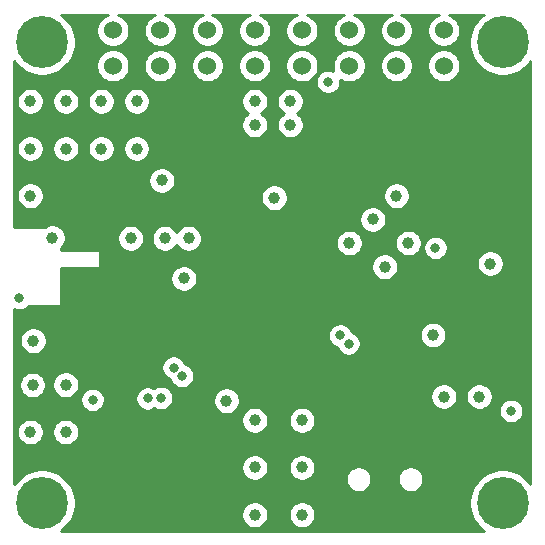
<source format=gbr>
G04 #@! TF.GenerationSoftware,KiCad,Pcbnew,5.1.6*
G04 #@! TF.CreationDate,2020-06-26T20:36:41-07:00*
G04 #@! TF.ProjectId,MegaBote,4d656761-426f-4746-952e-6b696361645f,rev?*
G04 #@! TF.SameCoordinates,Original*
G04 #@! TF.FileFunction,Copper,L3,Inr*
G04 #@! TF.FilePolarity,Positive*
%FSLAX46Y46*%
G04 Gerber Fmt 4.6, Leading zero omitted, Abs format (unit mm)*
G04 Created by KiCad (PCBNEW 5.1.6) date 2020-06-26 20:36:41*
%MOMM*%
%LPD*%
G01*
G04 APERTURE LIST*
G04 #@! TA.AperFunction,ViaPad*
%ADD10C,1.524000*%
G04 #@! TD*
G04 #@! TA.AperFunction,ViaPad*
%ADD11C,0.700000*%
G04 #@! TD*
G04 #@! TA.AperFunction,ViaPad*
%ADD12C,4.400000*%
G04 #@! TD*
G04 #@! TA.AperFunction,ViaPad*
%ADD13C,1.000000*%
G04 #@! TD*
G04 #@! TA.AperFunction,ViaPad*
%ADD14C,0.800000*%
G04 #@! TD*
G04 #@! TA.AperFunction,Conductor*
%ADD15C,0.254000*%
G04 #@! TD*
G04 APERTURE END LIST*
D10*
X179000000Y-92000000D03*
X183000000Y-92000000D03*
X187000000Y-92000000D03*
X191000000Y-92000000D03*
X195000000Y-92000000D03*
X199000000Y-92000000D03*
X203000000Y-92000000D03*
X207000000Y-92000000D03*
X179000000Y-95000000D03*
X183000000Y-95000000D03*
X187000000Y-95000000D03*
X191000000Y-95000000D03*
X195000000Y-95000000D03*
X199000000Y-95000000D03*
X203000000Y-95000000D03*
X207000000Y-95000000D03*
D11*
X174166726Y-91833274D03*
X173000000Y-91350000D03*
X171833274Y-91833274D03*
X171350000Y-93000000D03*
X171833274Y-94166726D03*
X173000000Y-94650000D03*
X174166726Y-94166726D03*
X174650000Y-93000000D03*
D12*
X173000000Y-93000000D03*
X173000000Y-132000000D03*
D11*
X174650000Y-132000000D03*
X174166726Y-133166726D03*
X173000000Y-133650000D03*
X171833274Y-133166726D03*
X171350000Y-132000000D03*
X171833274Y-130833274D03*
X173000000Y-130350000D03*
X174166726Y-130833274D03*
D12*
X212000000Y-93000000D03*
D11*
X213650000Y-93000000D03*
X213166726Y-94166726D03*
X212000000Y-94650000D03*
X210833274Y-94166726D03*
X210350000Y-93000000D03*
X210833274Y-91833274D03*
X212000000Y-91350000D03*
X213166726Y-91833274D03*
X213166726Y-130833274D03*
X212000000Y-130350000D03*
X210833274Y-130833274D03*
X210350000Y-132000000D03*
X210833274Y-133166726D03*
X212000000Y-133650000D03*
X213166726Y-133166726D03*
X213650000Y-132000000D03*
D12*
X212000000Y-132000000D03*
D13*
X188610240Y-123347480D03*
D14*
X177271680Y-123271280D03*
X183055260Y-123118880D03*
D13*
X173863000Y-109550200D03*
D14*
X171069000Y-114655600D03*
D13*
X206098140Y-117782340D03*
X210947000Y-111734600D03*
X172252640Y-118277640D03*
X183134718Y-104702180D03*
X180493142Y-109602200D03*
X172000000Y-98000000D03*
X175000000Y-98000000D03*
X178000000Y-98000000D03*
X181000000Y-98000000D03*
X181000000Y-102000000D03*
X178000000Y-102000000D03*
X175000000Y-102000000D03*
X172000000Y-102000000D03*
X172000000Y-106000000D03*
X191000000Y-98000000D03*
X194000000Y-98000000D03*
X191000000Y-100000000D03*
X194000000Y-100000000D03*
X199000000Y-110000000D03*
X201000000Y-108000000D03*
X203000000Y-106000000D03*
X202000000Y-112000000D03*
X204000000Y-110000000D03*
X185397800Y-109602200D03*
X183397800Y-109602200D03*
X185000000Y-113000000D03*
X172186600Y-122021600D03*
X175000000Y-122000000D03*
X172000000Y-126000000D03*
X175000000Y-126000000D03*
X191000000Y-125000000D03*
X195000000Y-125000000D03*
X195000000Y-129000000D03*
X191000000Y-129000000D03*
X191000000Y-133000000D03*
X195000000Y-133000000D03*
X207000000Y-123000000D03*
X210000000Y-123000000D03*
D14*
X184840769Y-121248987D03*
D13*
X185233459Y-124258914D03*
X210609180Y-104686100D03*
X206298700Y-108839000D03*
X206039720Y-115686840D03*
X174424340Y-118328440D03*
X187325000Y-108027200D03*
X176000000Y-108000000D03*
D14*
X187934600Y-121056400D03*
X198945315Y-118521663D03*
X206298700Y-110413800D03*
X184133661Y-120541879D03*
X181924200Y-123150200D03*
X198238208Y-117814555D03*
X212699600Y-124202000D03*
D13*
X192645774Y-106169986D03*
D14*
X197205600Y-96342200D03*
D15*
G36*
X178338273Y-90761995D02*
G01*
X178109465Y-90914880D01*
X177914880Y-91109465D01*
X177761995Y-91338273D01*
X177656686Y-91592510D01*
X177603000Y-91862408D01*
X177603000Y-92137592D01*
X177656686Y-92407490D01*
X177761995Y-92661727D01*
X177914880Y-92890535D01*
X178109465Y-93085120D01*
X178338273Y-93238005D01*
X178592510Y-93343314D01*
X178862408Y-93397000D01*
X179137592Y-93397000D01*
X179407490Y-93343314D01*
X179661727Y-93238005D01*
X179890535Y-93085120D01*
X180085120Y-92890535D01*
X180238005Y-92661727D01*
X180343314Y-92407490D01*
X180397000Y-92137592D01*
X180397000Y-91862408D01*
X180343314Y-91592510D01*
X180238005Y-91338273D01*
X180085120Y-91109465D01*
X179890535Y-90914880D01*
X179661727Y-90761995D01*
X179415491Y-90660000D01*
X182584509Y-90660000D01*
X182338273Y-90761995D01*
X182109465Y-90914880D01*
X181914880Y-91109465D01*
X181761995Y-91338273D01*
X181656686Y-91592510D01*
X181603000Y-91862408D01*
X181603000Y-92137592D01*
X181656686Y-92407490D01*
X181761995Y-92661727D01*
X181914880Y-92890535D01*
X182109465Y-93085120D01*
X182338273Y-93238005D01*
X182592510Y-93343314D01*
X182862408Y-93397000D01*
X183137592Y-93397000D01*
X183407490Y-93343314D01*
X183661727Y-93238005D01*
X183890535Y-93085120D01*
X184085120Y-92890535D01*
X184238005Y-92661727D01*
X184343314Y-92407490D01*
X184397000Y-92137592D01*
X184397000Y-91862408D01*
X184343314Y-91592510D01*
X184238005Y-91338273D01*
X184085120Y-91109465D01*
X183890535Y-90914880D01*
X183661727Y-90761995D01*
X183415491Y-90660000D01*
X186584509Y-90660000D01*
X186338273Y-90761995D01*
X186109465Y-90914880D01*
X185914880Y-91109465D01*
X185761995Y-91338273D01*
X185656686Y-91592510D01*
X185603000Y-91862408D01*
X185603000Y-92137592D01*
X185656686Y-92407490D01*
X185761995Y-92661727D01*
X185914880Y-92890535D01*
X186109465Y-93085120D01*
X186338273Y-93238005D01*
X186592510Y-93343314D01*
X186862408Y-93397000D01*
X187137592Y-93397000D01*
X187407490Y-93343314D01*
X187661727Y-93238005D01*
X187890535Y-93085120D01*
X188085120Y-92890535D01*
X188238005Y-92661727D01*
X188343314Y-92407490D01*
X188397000Y-92137592D01*
X188397000Y-91862408D01*
X188343314Y-91592510D01*
X188238005Y-91338273D01*
X188085120Y-91109465D01*
X187890535Y-90914880D01*
X187661727Y-90761995D01*
X187415491Y-90660000D01*
X190584509Y-90660000D01*
X190338273Y-90761995D01*
X190109465Y-90914880D01*
X189914880Y-91109465D01*
X189761995Y-91338273D01*
X189656686Y-91592510D01*
X189603000Y-91862408D01*
X189603000Y-92137592D01*
X189656686Y-92407490D01*
X189761995Y-92661727D01*
X189914880Y-92890535D01*
X190109465Y-93085120D01*
X190338273Y-93238005D01*
X190592510Y-93343314D01*
X190862408Y-93397000D01*
X191137592Y-93397000D01*
X191407490Y-93343314D01*
X191661727Y-93238005D01*
X191890535Y-93085120D01*
X192085120Y-92890535D01*
X192238005Y-92661727D01*
X192343314Y-92407490D01*
X192397000Y-92137592D01*
X192397000Y-91862408D01*
X192343314Y-91592510D01*
X192238005Y-91338273D01*
X192085120Y-91109465D01*
X191890535Y-90914880D01*
X191661727Y-90761995D01*
X191415491Y-90660000D01*
X194584509Y-90660000D01*
X194338273Y-90761995D01*
X194109465Y-90914880D01*
X193914880Y-91109465D01*
X193761995Y-91338273D01*
X193656686Y-91592510D01*
X193603000Y-91862408D01*
X193603000Y-92137592D01*
X193656686Y-92407490D01*
X193761995Y-92661727D01*
X193914880Y-92890535D01*
X194109465Y-93085120D01*
X194338273Y-93238005D01*
X194592510Y-93343314D01*
X194862408Y-93397000D01*
X195137592Y-93397000D01*
X195407490Y-93343314D01*
X195661727Y-93238005D01*
X195890535Y-93085120D01*
X196085120Y-92890535D01*
X196238005Y-92661727D01*
X196343314Y-92407490D01*
X196397000Y-92137592D01*
X196397000Y-91862408D01*
X196343314Y-91592510D01*
X196238005Y-91338273D01*
X196085120Y-91109465D01*
X195890535Y-90914880D01*
X195661727Y-90761995D01*
X195415491Y-90660000D01*
X198584509Y-90660000D01*
X198338273Y-90761995D01*
X198109465Y-90914880D01*
X197914880Y-91109465D01*
X197761995Y-91338273D01*
X197656686Y-91592510D01*
X197603000Y-91862408D01*
X197603000Y-92137592D01*
X197656686Y-92407490D01*
X197761995Y-92661727D01*
X197914880Y-92890535D01*
X198109465Y-93085120D01*
X198338273Y-93238005D01*
X198592510Y-93343314D01*
X198862408Y-93397000D01*
X199137592Y-93397000D01*
X199407490Y-93343314D01*
X199661727Y-93238005D01*
X199890535Y-93085120D01*
X200085120Y-92890535D01*
X200238005Y-92661727D01*
X200343314Y-92407490D01*
X200397000Y-92137592D01*
X200397000Y-91862408D01*
X200343314Y-91592510D01*
X200238005Y-91338273D01*
X200085120Y-91109465D01*
X199890535Y-90914880D01*
X199661727Y-90761995D01*
X199415491Y-90660000D01*
X202584509Y-90660000D01*
X202338273Y-90761995D01*
X202109465Y-90914880D01*
X201914880Y-91109465D01*
X201761995Y-91338273D01*
X201656686Y-91592510D01*
X201603000Y-91862408D01*
X201603000Y-92137592D01*
X201656686Y-92407490D01*
X201761995Y-92661727D01*
X201914880Y-92890535D01*
X202109465Y-93085120D01*
X202338273Y-93238005D01*
X202592510Y-93343314D01*
X202862408Y-93397000D01*
X203137592Y-93397000D01*
X203407490Y-93343314D01*
X203661727Y-93238005D01*
X203890535Y-93085120D01*
X204085120Y-92890535D01*
X204238005Y-92661727D01*
X204343314Y-92407490D01*
X204397000Y-92137592D01*
X204397000Y-91862408D01*
X204343314Y-91592510D01*
X204238005Y-91338273D01*
X204085120Y-91109465D01*
X203890535Y-90914880D01*
X203661727Y-90761995D01*
X203415491Y-90660000D01*
X206584509Y-90660000D01*
X206338273Y-90761995D01*
X206109465Y-90914880D01*
X205914880Y-91109465D01*
X205761995Y-91338273D01*
X205656686Y-91592510D01*
X205603000Y-91862408D01*
X205603000Y-92137592D01*
X205656686Y-92407490D01*
X205761995Y-92661727D01*
X205914880Y-92890535D01*
X206109465Y-93085120D01*
X206338273Y-93238005D01*
X206592510Y-93343314D01*
X206862408Y-93397000D01*
X207137592Y-93397000D01*
X207407490Y-93343314D01*
X207661727Y-93238005D01*
X207890535Y-93085120D01*
X208085120Y-92890535D01*
X208238005Y-92661727D01*
X208343314Y-92407490D01*
X208397000Y-92137592D01*
X208397000Y-91862408D01*
X208343314Y-91592510D01*
X208238005Y-91338273D01*
X208085120Y-91109465D01*
X207890535Y-90914880D01*
X207661727Y-90761995D01*
X207415491Y-90660000D01*
X210399193Y-90660000D01*
X210192793Y-90797912D01*
X209797912Y-91192793D01*
X209487656Y-91657124D01*
X209273948Y-92173061D01*
X209165000Y-92720777D01*
X209165000Y-93279223D01*
X209273948Y-93826939D01*
X209487656Y-94342876D01*
X209797912Y-94807207D01*
X210192793Y-95202088D01*
X210657124Y-95512344D01*
X211173061Y-95726052D01*
X211720777Y-95835000D01*
X212279223Y-95835000D01*
X212826939Y-95726052D01*
X213342876Y-95512344D01*
X213807207Y-95202088D01*
X214202088Y-94807207D01*
X214340001Y-94600806D01*
X214340000Y-130399193D01*
X214202088Y-130192793D01*
X213807207Y-129797912D01*
X213342876Y-129487656D01*
X212826939Y-129273948D01*
X212279223Y-129165000D01*
X211720777Y-129165000D01*
X211173061Y-129273948D01*
X210657124Y-129487656D01*
X210192793Y-129797912D01*
X209797912Y-130192793D01*
X209487656Y-130657124D01*
X209273948Y-131173061D01*
X209165000Y-131720777D01*
X209165000Y-132279223D01*
X209273948Y-132826939D01*
X209487656Y-133342876D01*
X209797912Y-133807207D01*
X210192793Y-134202088D01*
X210399193Y-134340000D01*
X174600807Y-134340000D01*
X174807207Y-134202088D01*
X175202088Y-133807207D01*
X175512344Y-133342876D01*
X175700671Y-132888212D01*
X189865000Y-132888212D01*
X189865000Y-133111788D01*
X189908617Y-133331067D01*
X189994176Y-133537624D01*
X190118388Y-133723520D01*
X190276480Y-133881612D01*
X190462376Y-134005824D01*
X190668933Y-134091383D01*
X190888212Y-134135000D01*
X191111788Y-134135000D01*
X191331067Y-134091383D01*
X191537624Y-134005824D01*
X191723520Y-133881612D01*
X191881612Y-133723520D01*
X192005824Y-133537624D01*
X192091383Y-133331067D01*
X192135000Y-133111788D01*
X192135000Y-132888212D01*
X193865000Y-132888212D01*
X193865000Y-133111788D01*
X193908617Y-133331067D01*
X193994176Y-133537624D01*
X194118388Y-133723520D01*
X194276480Y-133881612D01*
X194462376Y-134005824D01*
X194668933Y-134091383D01*
X194888212Y-134135000D01*
X195111788Y-134135000D01*
X195331067Y-134091383D01*
X195537624Y-134005824D01*
X195723520Y-133881612D01*
X195881612Y-133723520D01*
X196005824Y-133537624D01*
X196091383Y-133331067D01*
X196135000Y-133111788D01*
X196135000Y-132888212D01*
X196091383Y-132668933D01*
X196005824Y-132462376D01*
X195881612Y-132276480D01*
X195723520Y-132118388D01*
X195537624Y-131994176D01*
X195331067Y-131908617D01*
X195111788Y-131865000D01*
X194888212Y-131865000D01*
X194668933Y-131908617D01*
X194462376Y-131994176D01*
X194276480Y-132118388D01*
X194118388Y-132276480D01*
X193994176Y-132462376D01*
X193908617Y-132668933D01*
X193865000Y-132888212D01*
X192135000Y-132888212D01*
X192091383Y-132668933D01*
X192005824Y-132462376D01*
X191881612Y-132276480D01*
X191723520Y-132118388D01*
X191537624Y-131994176D01*
X191331067Y-131908617D01*
X191111788Y-131865000D01*
X190888212Y-131865000D01*
X190668933Y-131908617D01*
X190462376Y-131994176D01*
X190276480Y-132118388D01*
X190118388Y-132276480D01*
X189994176Y-132462376D01*
X189908617Y-132668933D01*
X189865000Y-132888212D01*
X175700671Y-132888212D01*
X175726052Y-132826939D01*
X175835000Y-132279223D01*
X175835000Y-131720777D01*
X175726052Y-131173061D01*
X175512344Y-130657124D01*
X175202088Y-130192793D01*
X174807207Y-129797912D01*
X174342876Y-129487656D01*
X173826939Y-129273948D01*
X173279223Y-129165000D01*
X172720777Y-129165000D01*
X172173061Y-129273948D01*
X171657124Y-129487656D01*
X171192793Y-129797912D01*
X170797912Y-130192793D01*
X170660000Y-130399193D01*
X170660000Y-128888212D01*
X189865000Y-128888212D01*
X189865000Y-129111788D01*
X189908617Y-129331067D01*
X189994176Y-129537624D01*
X190118388Y-129723520D01*
X190276480Y-129881612D01*
X190462376Y-130005824D01*
X190668933Y-130091383D01*
X190888212Y-130135000D01*
X191111788Y-130135000D01*
X191331067Y-130091383D01*
X191537624Y-130005824D01*
X191723520Y-129881612D01*
X191881612Y-129723520D01*
X192005824Y-129537624D01*
X192091383Y-129331067D01*
X192135000Y-129111788D01*
X192135000Y-128888212D01*
X193865000Y-128888212D01*
X193865000Y-129111788D01*
X193908617Y-129331067D01*
X193994176Y-129537624D01*
X194118388Y-129723520D01*
X194276480Y-129881612D01*
X194462376Y-130005824D01*
X194668933Y-130091383D01*
X194888212Y-130135000D01*
X195111788Y-130135000D01*
X195331067Y-130091383D01*
X195537624Y-130005824D01*
X195706271Y-129893137D01*
X198715000Y-129893137D01*
X198715000Y-130106863D01*
X198756696Y-130316483D01*
X198838485Y-130513940D01*
X198957225Y-130691647D01*
X199108353Y-130842775D01*
X199286060Y-130961515D01*
X199483517Y-131043304D01*
X199693137Y-131085000D01*
X199906863Y-131085000D01*
X200116483Y-131043304D01*
X200313940Y-130961515D01*
X200491647Y-130842775D01*
X200642775Y-130691647D01*
X200761515Y-130513940D01*
X200843304Y-130316483D01*
X200885000Y-130106863D01*
X200885000Y-129893137D01*
X203115000Y-129893137D01*
X203115000Y-130106863D01*
X203156696Y-130316483D01*
X203238485Y-130513940D01*
X203357225Y-130691647D01*
X203508353Y-130842775D01*
X203686060Y-130961515D01*
X203883517Y-131043304D01*
X204093137Y-131085000D01*
X204306863Y-131085000D01*
X204516483Y-131043304D01*
X204713940Y-130961515D01*
X204891647Y-130842775D01*
X205042775Y-130691647D01*
X205161515Y-130513940D01*
X205243304Y-130316483D01*
X205285000Y-130106863D01*
X205285000Y-129893137D01*
X205243304Y-129683517D01*
X205161515Y-129486060D01*
X205042775Y-129308353D01*
X204891647Y-129157225D01*
X204713940Y-129038485D01*
X204516483Y-128956696D01*
X204306863Y-128915000D01*
X204093137Y-128915000D01*
X203883517Y-128956696D01*
X203686060Y-129038485D01*
X203508353Y-129157225D01*
X203357225Y-129308353D01*
X203238485Y-129486060D01*
X203156696Y-129683517D01*
X203115000Y-129893137D01*
X200885000Y-129893137D01*
X200843304Y-129683517D01*
X200761515Y-129486060D01*
X200642775Y-129308353D01*
X200491647Y-129157225D01*
X200313940Y-129038485D01*
X200116483Y-128956696D01*
X199906863Y-128915000D01*
X199693137Y-128915000D01*
X199483517Y-128956696D01*
X199286060Y-129038485D01*
X199108353Y-129157225D01*
X198957225Y-129308353D01*
X198838485Y-129486060D01*
X198756696Y-129683517D01*
X198715000Y-129893137D01*
X195706271Y-129893137D01*
X195723520Y-129881612D01*
X195881612Y-129723520D01*
X196005824Y-129537624D01*
X196091383Y-129331067D01*
X196135000Y-129111788D01*
X196135000Y-128888212D01*
X196091383Y-128668933D01*
X196005824Y-128462376D01*
X195881612Y-128276480D01*
X195723520Y-128118388D01*
X195537624Y-127994176D01*
X195331067Y-127908617D01*
X195111788Y-127865000D01*
X194888212Y-127865000D01*
X194668933Y-127908617D01*
X194462376Y-127994176D01*
X194276480Y-128118388D01*
X194118388Y-128276480D01*
X193994176Y-128462376D01*
X193908617Y-128668933D01*
X193865000Y-128888212D01*
X192135000Y-128888212D01*
X192091383Y-128668933D01*
X192005824Y-128462376D01*
X191881612Y-128276480D01*
X191723520Y-128118388D01*
X191537624Y-127994176D01*
X191331067Y-127908617D01*
X191111788Y-127865000D01*
X190888212Y-127865000D01*
X190668933Y-127908617D01*
X190462376Y-127994176D01*
X190276480Y-128118388D01*
X190118388Y-128276480D01*
X189994176Y-128462376D01*
X189908617Y-128668933D01*
X189865000Y-128888212D01*
X170660000Y-128888212D01*
X170660000Y-125888212D01*
X170865000Y-125888212D01*
X170865000Y-126111788D01*
X170908617Y-126331067D01*
X170994176Y-126537624D01*
X171118388Y-126723520D01*
X171276480Y-126881612D01*
X171462376Y-127005824D01*
X171668933Y-127091383D01*
X171888212Y-127135000D01*
X172111788Y-127135000D01*
X172331067Y-127091383D01*
X172537624Y-127005824D01*
X172723520Y-126881612D01*
X172881612Y-126723520D01*
X173005824Y-126537624D01*
X173091383Y-126331067D01*
X173135000Y-126111788D01*
X173135000Y-125888212D01*
X173865000Y-125888212D01*
X173865000Y-126111788D01*
X173908617Y-126331067D01*
X173994176Y-126537624D01*
X174118388Y-126723520D01*
X174276480Y-126881612D01*
X174462376Y-127005824D01*
X174668933Y-127091383D01*
X174888212Y-127135000D01*
X175111788Y-127135000D01*
X175331067Y-127091383D01*
X175537624Y-127005824D01*
X175723520Y-126881612D01*
X175881612Y-126723520D01*
X176005824Y-126537624D01*
X176091383Y-126331067D01*
X176135000Y-126111788D01*
X176135000Y-125888212D01*
X176091383Y-125668933D01*
X176005824Y-125462376D01*
X175881612Y-125276480D01*
X175723520Y-125118388D01*
X175537624Y-124994176D01*
X175331067Y-124908617D01*
X175228484Y-124888212D01*
X189865000Y-124888212D01*
X189865000Y-125111788D01*
X189908617Y-125331067D01*
X189994176Y-125537624D01*
X190118388Y-125723520D01*
X190276480Y-125881612D01*
X190462376Y-126005824D01*
X190668933Y-126091383D01*
X190888212Y-126135000D01*
X191111788Y-126135000D01*
X191331067Y-126091383D01*
X191537624Y-126005824D01*
X191723520Y-125881612D01*
X191881612Y-125723520D01*
X192005824Y-125537624D01*
X192091383Y-125331067D01*
X192135000Y-125111788D01*
X192135000Y-124888212D01*
X193865000Y-124888212D01*
X193865000Y-125111788D01*
X193908617Y-125331067D01*
X193994176Y-125537624D01*
X194118388Y-125723520D01*
X194276480Y-125881612D01*
X194462376Y-126005824D01*
X194668933Y-126091383D01*
X194888212Y-126135000D01*
X195111788Y-126135000D01*
X195331067Y-126091383D01*
X195537624Y-126005824D01*
X195723520Y-125881612D01*
X195881612Y-125723520D01*
X196005824Y-125537624D01*
X196091383Y-125331067D01*
X196135000Y-125111788D01*
X196135000Y-124888212D01*
X196091383Y-124668933D01*
X196005824Y-124462376D01*
X195881612Y-124276480D01*
X195723520Y-124118388D01*
X195537624Y-123994176D01*
X195331067Y-123908617D01*
X195111788Y-123865000D01*
X194888212Y-123865000D01*
X194668933Y-123908617D01*
X194462376Y-123994176D01*
X194276480Y-124118388D01*
X194118388Y-124276480D01*
X193994176Y-124462376D01*
X193908617Y-124668933D01*
X193865000Y-124888212D01*
X192135000Y-124888212D01*
X192091383Y-124668933D01*
X192005824Y-124462376D01*
X191881612Y-124276480D01*
X191723520Y-124118388D01*
X191537624Y-123994176D01*
X191331067Y-123908617D01*
X191111788Y-123865000D01*
X190888212Y-123865000D01*
X190668933Y-123908617D01*
X190462376Y-123994176D01*
X190276480Y-124118388D01*
X190118388Y-124276480D01*
X189994176Y-124462376D01*
X189908617Y-124668933D01*
X189865000Y-124888212D01*
X175228484Y-124888212D01*
X175111788Y-124865000D01*
X174888212Y-124865000D01*
X174668933Y-124908617D01*
X174462376Y-124994176D01*
X174276480Y-125118388D01*
X174118388Y-125276480D01*
X173994176Y-125462376D01*
X173908617Y-125668933D01*
X173865000Y-125888212D01*
X173135000Y-125888212D01*
X173091383Y-125668933D01*
X173005824Y-125462376D01*
X172881612Y-125276480D01*
X172723520Y-125118388D01*
X172537624Y-124994176D01*
X172331067Y-124908617D01*
X172111788Y-124865000D01*
X171888212Y-124865000D01*
X171668933Y-124908617D01*
X171462376Y-124994176D01*
X171276480Y-125118388D01*
X171118388Y-125276480D01*
X170994176Y-125462376D01*
X170908617Y-125668933D01*
X170865000Y-125888212D01*
X170660000Y-125888212D01*
X170660000Y-123169341D01*
X176236680Y-123169341D01*
X176236680Y-123373219D01*
X176276454Y-123573178D01*
X176354475Y-123761536D01*
X176467743Y-123931054D01*
X176611906Y-124075217D01*
X176781424Y-124188485D01*
X176969782Y-124266506D01*
X177169741Y-124306280D01*
X177373619Y-124306280D01*
X177573578Y-124266506D01*
X177761936Y-124188485D01*
X177931454Y-124075217D01*
X178075617Y-123931054D01*
X178188885Y-123761536D01*
X178266906Y-123573178D01*
X178306680Y-123373219D01*
X178306680Y-123169341D01*
X178282596Y-123048261D01*
X180889200Y-123048261D01*
X180889200Y-123252139D01*
X180928974Y-123452098D01*
X181006995Y-123640456D01*
X181120263Y-123809974D01*
X181264426Y-123954137D01*
X181433944Y-124067405D01*
X181622302Y-124145426D01*
X181822261Y-124185200D01*
X182026139Y-124185200D01*
X182226098Y-124145426D01*
X182414456Y-124067405D01*
X182513167Y-124001449D01*
X182565004Y-124036085D01*
X182753362Y-124114106D01*
X182953321Y-124153880D01*
X183157199Y-124153880D01*
X183357158Y-124114106D01*
X183545516Y-124036085D01*
X183715034Y-123922817D01*
X183859197Y-123778654D01*
X183972465Y-123609136D01*
X184050486Y-123420778D01*
X184087301Y-123235692D01*
X187475240Y-123235692D01*
X187475240Y-123459268D01*
X187518857Y-123678547D01*
X187604416Y-123885104D01*
X187728628Y-124071000D01*
X187886720Y-124229092D01*
X188072616Y-124353304D01*
X188279173Y-124438863D01*
X188498452Y-124482480D01*
X188722028Y-124482480D01*
X188941307Y-124438863D01*
X189147864Y-124353304D01*
X189333760Y-124229092D01*
X189491852Y-124071000D01*
X189616064Y-123885104D01*
X189701623Y-123678547D01*
X189745240Y-123459268D01*
X189745240Y-123235692D01*
X189701623Y-123016413D01*
X189648521Y-122888212D01*
X205865000Y-122888212D01*
X205865000Y-123111788D01*
X205908617Y-123331067D01*
X205994176Y-123537624D01*
X206118388Y-123723520D01*
X206276480Y-123881612D01*
X206462376Y-124005824D01*
X206668933Y-124091383D01*
X206888212Y-124135000D01*
X207111788Y-124135000D01*
X207331067Y-124091383D01*
X207537624Y-124005824D01*
X207723520Y-123881612D01*
X207881612Y-123723520D01*
X208005824Y-123537624D01*
X208091383Y-123331067D01*
X208135000Y-123111788D01*
X208135000Y-122888212D01*
X208865000Y-122888212D01*
X208865000Y-123111788D01*
X208908617Y-123331067D01*
X208994176Y-123537624D01*
X209118388Y-123723520D01*
X209276480Y-123881612D01*
X209462376Y-124005824D01*
X209668933Y-124091383D01*
X209888212Y-124135000D01*
X210111788Y-124135000D01*
X210287439Y-124100061D01*
X211664600Y-124100061D01*
X211664600Y-124303939D01*
X211704374Y-124503898D01*
X211782395Y-124692256D01*
X211895663Y-124861774D01*
X212039826Y-125005937D01*
X212209344Y-125119205D01*
X212397702Y-125197226D01*
X212597661Y-125237000D01*
X212801539Y-125237000D01*
X213001498Y-125197226D01*
X213189856Y-125119205D01*
X213359374Y-125005937D01*
X213503537Y-124861774D01*
X213616805Y-124692256D01*
X213694826Y-124503898D01*
X213734600Y-124303939D01*
X213734600Y-124100061D01*
X213694826Y-123900102D01*
X213616805Y-123711744D01*
X213503537Y-123542226D01*
X213359374Y-123398063D01*
X213189856Y-123284795D01*
X213001498Y-123206774D01*
X212801539Y-123167000D01*
X212597661Y-123167000D01*
X212397702Y-123206774D01*
X212209344Y-123284795D01*
X212039826Y-123398063D01*
X211895663Y-123542226D01*
X211782395Y-123711744D01*
X211704374Y-123900102D01*
X211664600Y-124100061D01*
X210287439Y-124100061D01*
X210331067Y-124091383D01*
X210537624Y-124005824D01*
X210723520Y-123881612D01*
X210881612Y-123723520D01*
X211005824Y-123537624D01*
X211091383Y-123331067D01*
X211135000Y-123111788D01*
X211135000Y-122888212D01*
X211091383Y-122668933D01*
X211005824Y-122462376D01*
X210881612Y-122276480D01*
X210723520Y-122118388D01*
X210537624Y-121994176D01*
X210331067Y-121908617D01*
X210111788Y-121865000D01*
X209888212Y-121865000D01*
X209668933Y-121908617D01*
X209462376Y-121994176D01*
X209276480Y-122118388D01*
X209118388Y-122276480D01*
X208994176Y-122462376D01*
X208908617Y-122668933D01*
X208865000Y-122888212D01*
X208135000Y-122888212D01*
X208091383Y-122668933D01*
X208005824Y-122462376D01*
X207881612Y-122276480D01*
X207723520Y-122118388D01*
X207537624Y-121994176D01*
X207331067Y-121908617D01*
X207111788Y-121865000D01*
X206888212Y-121865000D01*
X206668933Y-121908617D01*
X206462376Y-121994176D01*
X206276480Y-122118388D01*
X206118388Y-122276480D01*
X205994176Y-122462376D01*
X205908617Y-122668933D01*
X205865000Y-122888212D01*
X189648521Y-122888212D01*
X189616064Y-122809856D01*
X189491852Y-122623960D01*
X189333760Y-122465868D01*
X189147864Y-122341656D01*
X188941307Y-122256097D01*
X188722028Y-122212480D01*
X188498452Y-122212480D01*
X188279173Y-122256097D01*
X188072616Y-122341656D01*
X187886720Y-122465868D01*
X187728628Y-122623960D01*
X187604416Y-122809856D01*
X187518857Y-123016413D01*
X187475240Y-123235692D01*
X184087301Y-123235692D01*
X184090260Y-123220819D01*
X184090260Y-123016941D01*
X184050486Y-122816982D01*
X183972465Y-122628624D01*
X183859197Y-122459106D01*
X183715034Y-122314943D01*
X183545516Y-122201675D01*
X183357158Y-122123654D01*
X183157199Y-122083880D01*
X182953321Y-122083880D01*
X182753362Y-122123654D01*
X182565004Y-122201675D01*
X182466293Y-122267631D01*
X182414456Y-122232995D01*
X182226098Y-122154974D01*
X182026139Y-122115200D01*
X181822261Y-122115200D01*
X181622302Y-122154974D01*
X181433944Y-122232995D01*
X181264426Y-122346263D01*
X181120263Y-122490426D01*
X181006995Y-122659944D01*
X180928974Y-122848302D01*
X180889200Y-123048261D01*
X178282596Y-123048261D01*
X178266906Y-122969382D01*
X178188885Y-122781024D01*
X178075617Y-122611506D01*
X177931454Y-122467343D01*
X177761936Y-122354075D01*
X177573578Y-122276054D01*
X177373619Y-122236280D01*
X177169741Y-122236280D01*
X176969782Y-122276054D01*
X176781424Y-122354075D01*
X176611906Y-122467343D01*
X176467743Y-122611506D01*
X176354475Y-122781024D01*
X176276454Y-122969382D01*
X176236680Y-123169341D01*
X170660000Y-123169341D01*
X170660000Y-121909812D01*
X171051600Y-121909812D01*
X171051600Y-122133388D01*
X171095217Y-122352667D01*
X171180776Y-122559224D01*
X171304988Y-122745120D01*
X171463080Y-122903212D01*
X171648976Y-123027424D01*
X171855533Y-123112983D01*
X172074812Y-123156600D01*
X172298388Y-123156600D01*
X172517667Y-123112983D01*
X172724224Y-123027424D01*
X172910120Y-122903212D01*
X173068212Y-122745120D01*
X173192424Y-122559224D01*
X173277983Y-122352667D01*
X173321600Y-122133388D01*
X173321600Y-121909812D01*
X173317304Y-121888212D01*
X173865000Y-121888212D01*
X173865000Y-122111788D01*
X173908617Y-122331067D01*
X173994176Y-122537624D01*
X174118388Y-122723520D01*
X174276480Y-122881612D01*
X174462376Y-123005824D01*
X174668933Y-123091383D01*
X174888212Y-123135000D01*
X175111788Y-123135000D01*
X175331067Y-123091383D01*
X175537624Y-123005824D01*
X175723520Y-122881612D01*
X175881612Y-122723520D01*
X176005824Y-122537624D01*
X176091383Y-122331067D01*
X176135000Y-122111788D01*
X176135000Y-121888212D01*
X176091383Y-121668933D01*
X176005824Y-121462376D01*
X175881612Y-121276480D01*
X175723520Y-121118388D01*
X175537624Y-120994176D01*
X175331067Y-120908617D01*
X175111788Y-120865000D01*
X174888212Y-120865000D01*
X174668933Y-120908617D01*
X174462376Y-120994176D01*
X174276480Y-121118388D01*
X174118388Y-121276480D01*
X173994176Y-121462376D01*
X173908617Y-121668933D01*
X173865000Y-121888212D01*
X173317304Y-121888212D01*
X173277983Y-121690533D01*
X173192424Y-121483976D01*
X173068212Y-121298080D01*
X172910120Y-121139988D01*
X172724224Y-121015776D01*
X172517667Y-120930217D01*
X172298388Y-120886600D01*
X172074812Y-120886600D01*
X171855533Y-120930217D01*
X171648976Y-121015776D01*
X171463080Y-121139988D01*
X171304988Y-121298080D01*
X171180776Y-121483976D01*
X171095217Y-121690533D01*
X171051600Y-121909812D01*
X170660000Y-121909812D01*
X170660000Y-120439940D01*
X183098661Y-120439940D01*
X183098661Y-120643818D01*
X183138435Y-120843777D01*
X183216456Y-121032135D01*
X183329724Y-121201653D01*
X183473887Y-121345816D01*
X183643405Y-121459084D01*
X183831763Y-121537105D01*
X183843257Y-121539391D01*
X183845543Y-121550885D01*
X183923564Y-121739243D01*
X184036832Y-121908761D01*
X184180995Y-122052924D01*
X184350513Y-122166192D01*
X184538871Y-122244213D01*
X184738830Y-122283987D01*
X184942708Y-122283987D01*
X185142667Y-122244213D01*
X185331025Y-122166192D01*
X185500543Y-122052924D01*
X185644706Y-121908761D01*
X185757974Y-121739243D01*
X185835995Y-121550885D01*
X185875769Y-121350926D01*
X185875769Y-121147048D01*
X185835995Y-120947089D01*
X185757974Y-120758731D01*
X185644706Y-120589213D01*
X185500543Y-120445050D01*
X185331025Y-120331782D01*
X185142667Y-120253761D01*
X185131173Y-120251475D01*
X185128887Y-120239981D01*
X185050866Y-120051623D01*
X184937598Y-119882105D01*
X184793435Y-119737942D01*
X184623917Y-119624674D01*
X184435559Y-119546653D01*
X184235600Y-119506879D01*
X184031722Y-119506879D01*
X183831763Y-119546653D01*
X183643405Y-119624674D01*
X183473887Y-119737942D01*
X183329724Y-119882105D01*
X183216456Y-120051623D01*
X183138435Y-120239981D01*
X183098661Y-120439940D01*
X170660000Y-120439940D01*
X170660000Y-118165852D01*
X171117640Y-118165852D01*
X171117640Y-118389428D01*
X171161257Y-118608707D01*
X171246816Y-118815264D01*
X171371028Y-119001160D01*
X171529120Y-119159252D01*
X171715016Y-119283464D01*
X171921573Y-119369023D01*
X172140852Y-119412640D01*
X172364428Y-119412640D01*
X172583707Y-119369023D01*
X172790264Y-119283464D01*
X172976160Y-119159252D01*
X173134252Y-119001160D01*
X173258464Y-118815264D01*
X173344023Y-118608707D01*
X173387640Y-118389428D01*
X173387640Y-118165852D01*
X173344023Y-117946573D01*
X173258464Y-117740016D01*
X173240156Y-117712616D01*
X197203208Y-117712616D01*
X197203208Y-117916494D01*
X197242982Y-118116453D01*
X197321003Y-118304811D01*
X197434271Y-118474329D01*
X197578434Y-118618492D01*
X197747952Y-118731760D01*
X197936310Y-118809781D01*
X197947803Y-118812067D01*
X197950089Y-118823561D01*
X198028110Y-119011919D01*
X198141378Y-119181437D01*
X198285541Y-119325600D01*
X198455059Y-119438868D01*
X198643417Y-119516889D01*
X198843376Y-119556663D01*
X199047254Y-119556663D01*
X199247213Y-119516889D01*
X199435571Y-119438868D01*
X199605089Y-119325600D01*
X199749252Y-119181437D01*
X199862520Y-119011919D01*
X199940541Y-118823561D01*
X199980315Y-118623602D01*
X199980315Y-118419724D01*
X199940541Y-118219765D01*
X199862520Y-118031407D01*
X199749252Y-117861889D01*
X199605089Y-117717726D01*
X199534488Y-117670552D01*
X204963140Y-117670552D01*
X204963140Y-117894128D01*
X205006757Y-118113407D01*
X205092316Y-118319964D01*
X205216528Y-118505860D01*
X205374620Y-118663952D01*
X205560516Y-118788164D01*
X205767073Y-118873723D01*
X205986352Y-118917340D01*
X206209928Y-118917340D01*
X206429207Y-118873723D01*
X206635764Y-118788164D01*
X206821660Y-118663952D01*
X206979752Y-118505860D01*
X207103964Y-118319964D01*
X207189523Y-118113407D01*
X207233140Y-117894128D01*
X207233140Y-117670552D01*
X207189523Y-117451273D01*
X207103964Y-117244716D01*
X206979752Y-117058820D01*
X206821660Y-116900728D01*
X206635764Y-116776516D01*
X206429207Y-116690957D01*
X206209928Y-116647340D01*
X205986352Y-116647340D01*
X205767073Y-116690957D01*
X205560516Y-116776516D01*
X205374620Y-116900728D01*
X205216528Y-117058820D01*
X205092316Y-117244716D01*
X205006757Y-117451273D01*
X204963140Y-117670552D01*
X199534488Y-117670552D01*
X199435571Y-117604458D01*
X199247213Y-117526437D01*
X199235720Y-117524151D01*
X199233434Y-117512657D01*
X199155413Y-117324299D01*
X199042145Y-117154781D01*
X198897982Y-117010618D01*
X198728464Y-116897350D01*
X198540106Y-116819329D01*
X198340147Y-116779555D01*
X198136269Y-116779555D01*
X197936310Y-116819329D01*
X197747952Y-116897350D01*
X197578434Y-117010618D01*
X197434271Y-117154781D01*
X197321003Y-117324299D01*
X197242982Y-117512657D01*
X197203208Y-117712616D01*
X173240156Y-117712616D01*
X173134252Y-117554120D01*
X172976160Y-117396028D01*
X172790264Y-117271816D01*
X172583707Y-117186257D01*
X172364428Y-117142640D01*
X172140852Y-117142640D01*
X171921573Y-117186257D01*
X171715016Y-117271816D01*
X171529120Y-117396028D01*
X171371028Y-117554120D01*
X171246816Y-117740016D01*
X171161257Y-117946573D01*
X171117640Y-118165852D01*
X170660000Y-118165852D01*
X170660000Y-115606463D01*
X170767102Y-115650826D01*
X170967061Y-115690600D01*
X171170939Y-115690600D01*
X171370898Y-115650826D01*
X171559256Y-115572805D01*
X171728774Y-115459537D01*
X171819111Y-115369200D01*
X174500000Y-115369200D01*
X174524776Y-115366760D01*
X174548601Y-115359533D01*
X174570557Y-115347797D01*
X174589803Y-115332003D01*
X174605597Y-115312757D01*
X174617333Y-115290801D01*
X174624560Y-115266976D01*
X174627000Y-115242200D01*
X174627000Y-112888212D01*
X183865000Y-112888212D01*
X183865000Y-113111788D01*
X183908617Y-113331067D01*
X183994176Y-113537624D01*
X184118388Y-113723520D01*
X184276480Y-113881612D01*
X184462376Y-114005824D01*
X184668933Y-114091383D01*
X184888212Y-114135000D01*
X185111788Y-114135000D01*
X185331067Y-114091383D01*
X185537624Y-114005824D01*
X185723520Y-113881612D01*
X185881612Y-113723520D01*
X186005824Y-113537624D01*
X186091383Y-113331067D01*
X186135000Y-113111788D01*
X186135000Y-112888212D01*
X186091383Y-112668933D01*
X186005824Y-112462376D01*
X185881612Y-112276480D01*
X185723520Y-112118388D01*
X185537624Y-111994176D01*
X185331067Y-111908617D01*
X185228484Y-111888212D01*
X200865000Y-111888212D01*
X200865000Y-112111788D01*
X200908617Y-112331067D01*
X200994176Y-112537624D01*
X201118388Y-112723520D01*
X201276480Y-112881612D01*
X201462376Y-113005824D01*
X201668933Y-113091383D01*
X201888212Y-113135000D01*
X202111788Y-113135000D01*
X202331067Y-113091383D01*
X202537624Y-113005824D01*
X202723520Y-112881612D01*
X202881612Y-112723520D01*
X203005824Y-112537624D01*
X203091383Y-112331067D01*
X203135000Y-112111788D01*
X203135000Y-111888212D01*
X203091383Y-111668933D01*
X203072279Y-111622812D01*
X209812000Y-111622812D01*
X209812000Y-111846388D01*
X209855617Y-112065667D01*
X209941176Y-112272224D01*
X210065388Y-112458120D01*
X210223480Y-112616212D01*
X210409376Y-112740424D01*
X210615933Y-112825983D01*
X210835212Y-112869600D01*
X211058788Y-112869600D01*
X211278067Y-112825983D01*
X211484624Y-112740424D01*
X211670520Y-112616212D01*
X211828612Y-112458120D01*
X211952824Y-112272224D01*
X212038383Y-112065667D01*
X212082000Y-111846388D01*
X212082000Y-111622812D01*
X212038383Y-111403533D01*
X211952824Y-111196976D01*
X211828612Y-111011080D01*
X211670520Y-110852988D01*
X211484624Y-110728776D01*
X211278067Y-110643217D01*
X211058788Y-110599600D01*
X210835212Y-110599600D01*
X210615933Y-110643217D01*
X210409376Y-110728776D01*
X210223480Y-110852988D01*
X210065388Y-111011080D01*
X209941176Y-111196976D01*
X209855617Y-111403533D01*
X209812000Y-111622812D01*
X203072279Y-111622812D01*
X203005824Y-111462376D01*
X202881612Y-111276480D01*
X202723520Y-111118388D01*
X202537624Y-110994176D01*
X202331067Y-110908617D01*
X202111788Y-110865000D01*
X201888212Y-110865000D01*
X201668933Y-110908617D01*
X201462376Y-110994176D01*
X201276480Y-111118388D01*
X201118388Y-111276480D01*
X200994176Y-111462376D01*
X200908617Y-111668933D01*
X200865000Y-111888212D01*
X185228484Y-111888212D01*
X185111788Y-111865000D01*
X184888212Y-111865000D01*
X184668933Y-111908617D01*
X184462376Y-111994176D01*
X184276480Y-112118388D01*
X184118388Y-112276480D01*
X183994176Y-112462376D01*
X183908617Y-112668933D01*
X183865000Y-112888212D01*
X174627000Y-112888212D01*
X174627000Y-112119200D01*
X177750000Y-112119200D01*
X177774776Y-112116760D01*
X177798601Y-112109533D01*
X177820557Y-112097797D01*
X177839803Y-112082003D01*
X177855597Y-112062757D01*
X177867333Y-112040801D01*
X177874560Y-112016976D01*
X177877000Y-111992200D01*
X177877000Y-110742200D01*
X177874560Y-110717424D01*
X177867333Y-110693599D01*
X177855597Y-110671643D01*
X177839803Y-110652397D01*
X177820557Y-110636603D01*
X177798601Y-110624867D01*
X177774776Y-110617640D01*
X177750000Y-110615200D01*
X174627000Y-110615200D01*
X174627000Y-110391332D01*
X174744612Y-110273720D01*
X174868824Y-110087824D01*
X174954383Y-109881267D01*
X174998000Y-109661988D01*
X174998000Y-109490412D01*
X179358142Y-109490412D01*
X179358142Y-109713988D01*
X179401759Y-109933267D01*
X179487318Y-110139824D01*
X179611530Y-110325720D01*
X179769622Y-110483812D01*
X179955518Y-110608024D01*
X180162075Y-110693583D01*
X180381354Y-110737200D01*
X180604930Y-110737200D01*
X180824209Y-110693583D01*
X181030766Y-110608024D01*
X181216662Y-110483812D01*
X181374754Y-110325720D01*
X181498966Y-110139824D01*
X181584525Y-109933267D01*
X181628142Y-109713988D01*
X181628142Y-109490412D01*
X182262800Y-109490412D01*
X182262800Y-109713988D01*
X182306417Y-109933267D01*
X182391976Y-110139824D01*
X182516188Y-110325720D01*
X182674280Y-110483812D01*
X182860176Y-110608024D01*
X183066733Y-110693583D01*
X183286012Y-110737200D01*
X183509588Y-110737200D01*
X183728867Y-110693583D01*
X183935424Y-110608024D01*
X184121320Y-110483812D01*
X184279412Y-110325720D01*
X184397800Y-110148540D01*
X184516188Y-110325720D01*
X184674280Y-110483812D01*
X184860176Y-110608024D01*
X185066733Y-110693583D01*
X185286012Y-110737200D01*
X185509588Y-110737200D01*
X185728867Y-110693583D01*
X185935424Y-110608024D01*
X186121320Y-110483812D01*
X186279412Y-110325720D01*
X186403624Y-110139824D01*
X186489183Y-109933267D01*
X186498144Y-109888212D01*
X197865000Y-109888212D01*
X197865000Y-110111788D01*
X197908617Y-110331067D01*
X197994176Y-110537624D01*
X198118388Y-110723520D01*
X198276480Y-110881612D01*
X198462376Y-111005824D01*
X198668933Y-111091383D01*
X198888212Y-111135000D01*
X199111788Y-111135000D01*
X199331067Y-111091383D01*
X199537624Y-111005824D01*
X199723520Y-110881612D01*
X199881612Y-110723520D01*
X200005824Y-110537624D01*
X200091383Y-110331067D01*
X200135000Y-110111788D01*
X200135000Y-109888212D01*
X202865000Y-109888212D01*
X202865000Y-110111788D01*
X202908617Y-110331067D01*
X202994176Y-110537624D01*
X203118388Y-110723520D01*
X203276480Y-110881612D01*
X203462376Y-111005824D01*
X203668933Y-111091383D01*
X203888212Y-111135000D01*
X204111788Y-111135000D01*
X204331067Y-111091383D01*
X204537624Y-111005824D01*
X204723520Y-110881612D01*
X204881612Y-110723520D01*
X205005824Y-110537624D01*
X205091383Y-110331067D01*
X205095203Y-110311861D01*
X205263700Y-110311861D01*
X205263700Y-110515739D01*
X205303474Y-110715698D01*
X205381495Y-110904056D01*
X205494763Y-111073574D01*
X205638926Y-111217737D01*
X205808444Y-111331005D01*
X205996802Y-111409026D01*
X206196761Y-111448800D01*
X206400639Y-111448800D01*
X206600598Y-111409026D01*
X206788956Y-111331005D01*
X206958474Y-111217737D01*
X207102637Y-111073574D01*
X207215905Y-110904056D01*
X207293926Y-110715698D01*
X207333700Y-110515739D01*
X207333700Y-110311861D01*
X207293926Y-110111902D01*
X207215905Y-109923544D01*
X207102637Y-109754026D01*
X206958474Y-109609863D01*
X206788956Y-109496595D01*
X206600598Y-109418574D01*
X206400639Y-109378800D01*
X206196761Y-109378800D01*
X205996802Y-109418574D01*
X205808444Y-109496595D01*
X205638926Y-109609863D01*
X205494763Y-109754026D01*
X205381495Y-109923544D01*
X205303474Y-110111902D01*
X205263700Y-110311861D01*
X205095203Y-110311861D01*
X205135000Y-110111788D01*
X205135000Y-109888212D01*
X205091383Y-109668933D01*
X205005824Y-109462376D01*
X204881612Y-109276480D01*
X204723520Y-109118388D01*
X204537624Y-108994176D01*
X204331067Y-108908617D01*
X204111788Y-108865000D01*
X203888212Y-108865000D01*
X203668933Y-108908617D01*
X203462376Y-108994176D01*
X203276480Y-109118388D01*
X203118388Y-109276480D01*
X202994176Y-109462376D01*
X202908617Y-109668933D01*
X202865000Y-109888212D01*
X200135000Y-109888212D01*
X200091383Y-109668933D01*
X200005824Y-109462376D01*
X199881612Y-109276480D01*
X199723520Y-109118388D01*
X199537624Y-108994176D01*
X199331067Y-108908617D01*
X199111788Y-108865000D01*
X198888212Y-108865000D01*
X198668933Y-108908617D01*
X198462376Y-108994176D01*
X198276480Y-109118388D01*
X198118388Y-109276480D01*
X197994176Y-109462376D01*
X197908617Y-109668933D01*
X197865000Y-109888212D01*
X186498144Y-109888212D01*
X186532800Y-109713988D01*
X186532800Y-109490412D01*
X186489183Y-109271133D01*
X186403624Y-109064576D01*
X186279412Y-108878680D01*
X186121320Y-108720588D01*
X185935424Y-108596376D01*
X185728867Y-108510817D01*
X185509588Y-108467200D01*
X185286012Y-108467200D01*
X185066733Y-108510817D01*
X184860176Y-108596376D01*
X184674280Y-108720588D01*
X184516188Y-108878680D01*
X184397800Y-109055860D01*
X184279412Y-108878680D01*
X184121320Y-108720588D01*
X183935424Y-108596376D01*
X183728867Y-108510817D01*
X183509588Y-108467200D01*
X183286012Y-108467200D01*
X183066733Y-108510817D01*
X182860176Y-108596376D01*
X182674280Y-108720588D01*
X182516188Y-108878680D01*
X182391976Y-109064576D01*
X182306417Y-109271133D01*
X182262800Y-109490412D01*
X181628142Y-109490412D01*
X181584525Y-109271133D01*
X181498966Y-109064576D01*
X181374754Y-108878680D01*
X181216662Y-108720588D01*
X181030766Y-108596376D01*
X180824209Y-108510817D01*
X180604930Y-108467200D01*
X180381354Y-108467200D01*
X180162075Y-108510817D01*
X179955518Y-108596376D01*
X179769622Y-108720588D01*
X179611530Y-108878680D01*
X179487318Y-109064576D01*
X179401759Y-109271133D01*
X179358142Y-109490412D01*
X174998000Y-109490412D01*
X174998000Y-109438412D01*
X174954383Y-109219133D01*
X174868824Y-109012576D01*
X174744612Y-108826680D01*
X174619859Y-108701927D01*
X174617333Y-108693599D01*
X174605597Y-108671643D01*
X174589803Y-108652397D01*
X174570557Y-108636603D01*
X174548601Y-108624867D01*
X174524776Y-108617640D01*
X174507764Y-108615965D01*
X174400624Y-108544376D01*
X174194067Y-108458817D01*
X173974788Y-108415200D01*
X173751212Y-108415200D01*
X173531933Y-108458817D01*
X173325376Y-108544376D01*
X173219381Y-108615200D01*
X170660000Y-108615200D01*
X170660000Y-107888212D01*
X199865000Y-107888212D01*
X199865000Y-108111788D01*
X199908617Y-108331067D01*
X199994176Y-108537624D01*
X200118388Y-108723520D01*
X200276480Y-108881612D01*
X200462376Y-109005824D01*
X200668933Y-109091383D01*
X200888212Y-109135000D01*
X201111788Y-109135000D01*
X201331067Y-109091383D01*
X201537624Y-109005824D01*
X201723520Y-108881612D01*
X201881612Y-108723520D01*
X202005824Y-108537624D01*
X202091383Y-108331067D01*
X202135000Y-108111788D01*
X202135000Y-107888212D01*
X202091383Y-107668933D01*
X202005824Y-107462376D01*
X201881612Y-107276480D01*
X201723520Y-107118388D01*
X201537624Y-106994176D01*
X201331067Y-106908617D01*
X201111788Y-106865000D01*
X200888212Y-106865000D01*
X200668933Y-106908617D01*
X200462376Y-106994176D01*
X200276480Y-107118388D01*
X200118388Y-107276480D01*
X199994176Y-107462376D01*
X199908617Y-107668933D01*
X199865000Y-107888212D01*
X170660000Y-107888212D01*
X170660000Y-105888212D01*
X170865000Y-105888212D01*
X170865000Y-106111788D01*
X170908617Y-106331067D01*
X170994176Y-106537624D01*
X171118388Y-106723520D01*
X171276480Y-106881612D01*
X171462376Y-107005824D01*
X171668933Y-107091383D01*
X171888212Y-107135000D01*
X172111788Y-107135000D01*
X172331067Y-107091383D01*
X172537624Y-107005824D01*
X172723520Y-106881612D01*
X172881612Y-106723520D01*
X173005824Y-106537624D01*
X173091383Y-106331067D01*
X173135000Y-106111788D01*
X173135000Y-106058198D01*
X191510774Y-106058198D01*
X191510774Y-106281774D01*
X191554391Y-106501053D01*
X191639950Y-106707610D01*
X191764162Y-106893506D01*
X191922254Y-107051598D01*
X192108150Y-107175810D01*
X192314707Y-107261369D01*
X192533986Y-107304986D01*
X192757562Y-107304986D01*
X192976841Y-107261369D01*
X193183398Y-107175810D01*
X193369294Y-107051598D01*
X193527386Y-106893506D01*
X193651598Y-106707610D01*
X193737157Y-106501053D01*
X193780774Y-106281774D01*
X193780774Y-106058198D01*
X193746962Y-105888212D01*
X201865000Y-105888212D01*
X201865000Y-106111788D01*
X201908617Y-106331067D01*
X201994176Y-106537624D01*
X202118388Y-106723520D01*
X202276480Y-106881612D01*
X202462376Y-107005824D01*
X202668933Y-107091383D01*
X202888212Y-107135000D01*
X203111788Y-107135000D01*
X203331067Y-107091383D01*
X203537624Y-107005824D01*
X203723520Y-106881612D01*
X203881612Y-106723520D01*
X204005824Y-106537624D01*
X204091383Y-106331067D01*
X204135000Y-106111788D01*
X204135000Y-105888212D01*
X204091383Y-105668933D01*
X204005824Y-105462376D01*
X203881612Y-105276480D01*
X203723520Y-105118388D01*
X203537624Y-104994176D01*
X203331067Y-104908617D01*
X203111788Y-104865000D01*
X202888212Y-104865000D01*
X202668933Y-104908617D01*
X202462376Y-104994176D01*
X202276480Y-105118388D01*
X202118388Y-105276480D01*
X201994176Y-105462376D01*
X201908617Y-105668933D01*
X201865000Y-105888212D01*
X193746962Y-105888212D01*
X193737157Y-105838919D01*
X193651598Y-105632362D01*
X193527386Y-105446466D01*
X193369294Y-105288374D01*
X193183398Y-105164162D01*
X192976841Y-105078603D01*
X192757562Y-105034986D01*
X192533986Y-105034986D01*
X192314707Y-105078603D01*
X192108150Y-105164162D01*
X191922254Y-105288374D01*
X191764162Y-105446466D01*
X191639950Y-105632362D01*
X191554391Y-105838919D01*
X191510774Y-106058198D01*
X173135000Y-106058198D01*
X173135000Y-105888212D01*
X173091383Y-105668933D01*
X173005824Y-105462376D01*
X172881612Y-105276480D01*
X172723520Y-105118388D01*
X172537624Y-104994176D01*
X172331067Y-104908617D01*
X172111788Y-104865000D01*
X171888212Y-104865000D01*
X171668933Y-104908617D01*
X171462376Y-104994176D01*
X171276480Y-105118388D01*
X171118388Y-105276480D01*
X170994176Y-105462376D01*
X170908617Y-105668933D01*
X170865000Y-105888212D01*
X170660000Y-105888212D01*
X170660000Y-104590392D01*
X181999718Y-104590392D01*
X181999718Y-104813968D01*
X182043335Y-105033247D01*
X182128894Y-105239804D01*
X182253106Y-105425700D01*
X182411198Y-105583792D01*
X182597094Y-105708004D01*
X182803651Y-105793563D01*
X183022930Y-105837180D01*
X183246506Y-105837180D01*
X183465785Y-105793563D01*
X183672342Y-105708004D01*
X183858238Y-105583792D01*
X184016330Y-105425700D01*
X184140542Y-105239804D01*
X184226101Y-105033247D01*
X184269718Y-104813968D01*
X184269718Y-104590392D01*
X184226101Y-104371113D01*
X184140542Y-104164556D01*
X184016330Y-103978660D01*
X183858238Y-103820568D01*
X183672342Y-103696356D01*
X183465785Y-103610797D01*
X183246506Y-103567180D01*
X183022930Y-103567180D01*
X182803651Y-103610797D01*
X182597094Y-103696356D01*
X182411198Y-103820568D01*
X182253106Y-103978660D01*
X182128894Y-104164556D01*
X182043335Y-104371113D01*
X181999718Y-104590392D01*
X170660000Y-104590392D01*
X170660000Y-101888212D01*
X170865000Y-101888212D01*
X170865000Y-102111788D01*
X170908617Y-102331067D01*
X170994176Y-102537624D01*
X171118388Y-102723520D01*
X171276480Y-102881612D01*
X171462376Y-103005824D01*
X171668933Y-103091383D01*
X171888212Y-103135000D01*
X172111788Y-103135000D01*
X172331067Y-103091383D01*
X172537624Y-103005824D01*
X172723520Y-102881612D01*
X172881612Y-102723520D01*
X173005824Y-102537624D01*
X173091383Y-102331067D01*
X173135000Y-102111788D01*
X173135000Y-101888212D01*
X173865000Y-101888212D01*
X173865000Y-102111788D01*
X173908617Y-102331067D01*
X173994176Y-102537624D01*
X174118388Y-102723520D01*
X174276480Y-102881612D01*
X174462376Y-103005824D01*
X174668933Y-103091383D01*
X174888212Y-103135000D01*
X175111788Y-103135000D01*
X175331067Y-103091383D01*
X175537624Y-103005824D01*
X175723520Y-102881612D01*
X175881612Y-102723520D01*
X176005824Y-102537624D01*
X176091383Y-102331067D01*
X176135000Y-102111788D01*
X176135000Y-101888212D01*
X176865000Y-101888212D01*
X176865000Y-102111788D01*
X176908617Y-102331067D01*
X176994176Y-102537624D01*
X177118388Y-102723520D01*
X177276480Y-102881612D01*
X177462376Y-103005824D01*
X177668933Y-103091383D01*
X177888212Y-103135000D01*
X178111788Y-103135000D01*
X178331067Y-103091383D01*
X178537624Y-103005824D01*
X178723520Y-102881612D01*
X178881612Y-102723520D01*
X179005824Y-102537624D01*
X179091383Y-102331067D01*
X179135000Y-102111788D01*
X179135000Y-101888212D01*
X179865000Y-101888212D01*
X179865000Y-102111788D01*
X179908617Y-102331067D01*
X179994176Y-102537624D01*
X180118388Y-102723520D01*
X180276480Y-102881612D01*
X180462376Y-103005824D01*
X180668933Y-103091383D01*
X180888212Y-103135000D01*
X181111788Y-103135000D01*
X181331067Y-103091383D01*
X181537624Y-103005824D01*
X181723520Y-102881612D01*
X181881612Y-102723520D01*
X182005824Y-102537624D01*
X182091383Y-102331067D01*
X182135000Y-102111788D01*
X182135000Y-101888212D01*
X182091383Y-101668933D01*
X182005824Y-101462376D01*
X181881612Y-101276480D01*
X181723520Y-101118388D01*
X181537624Y-100994176D01*
X181331067Y-100908617D01*
X181111788Y-100865000D01*
X180888212Y-100865000D01*
X180668933Y-100908617D01*
X180462376Y-100994176D01*
X180276480Y-101118388D01*
X180118388Y-101276480D01*
X179994176Y-101462376D01*
X179908617Y-101668933D01*
X179865000Y-101888212D01*
X179135000Y-101888212D01*
X179091383Y-101668933D01*
X179005824Y-101462376D01*
X178881612Y-101276480D01*
X178723520Y-101118388D01*
X178537624Y-100994176D01*
X178331067Y-100908617D01*
X178111788Y-100865000D01*
X177888212Y-100865000D01*
X177668933Y-100908617D01*
X177462376Y-100994176D01*
X177276480Y-101118388D01*
X177118388Y-101276480D01*
X176994176Y-101462376D01*
X176908617Y-101668933D01*
X176865000Y-101888212D01*
X176135000Y-101888212D01*
X176091383Y-101668933D01*
X176005824Y-101462376D01*
X175881612Y-101276480D01*
X175723520Y-101118388D01*
X175537624Y-100994176D01*
X175331067Y-100908617D01*
X175111788Y-100865000D01*
X174888212Y-100865000D01*
X174668933Y-100908617D01*
X174462376Y-100994176D01*
X174276480Y-101118388D01*
X174118388Y-101276480D01*
X173994176Y-101462376D01*
X173908617Y-101668933D01*
X173865000Y-101888212D01*
X173135000Y-101888212D01*
X173091383Y-101668933D01*
X173005824Y-101462376D01*
X172881612Y-101276480D01*
X172723520Y-101118388D01*
X172537624Y-100994176D01*
X172331067Y-100908617D01*
X172111788Y-100865000D01*
X171888212Y-100865000D01*
X171668933Y-100908617D01*
X171462376Y-100994176D01*
X171276480Y-101118388D01*
X171118388Y-101276480D01*
X170994176Y-101462376D01*
X170908617Y-101668933D01*
X170865000Y-101888212D01*
X170660000Y-101888212D01*
X170660000Y-97888212D01*
X170865000Y-97888212D01*
X170865000Y-98111788D01*
X170908617Y-98331067D01*
X170994176Y-98537624D01*
X171118388Y-98723520D01*
X171276480Y-98881612D01*
X171462376Y-99005824D01*
X171668933Y-99091383D01*
X171888212Y-99135000D01*
X172111788Y-99135000D01*
X172331067Y-99091383D01*
X172537624Y-99005824D01*
X172723520Y-98881612D01*
X172881612Y-98723520D01*
X173005824Y-98537624D01*
X173091383Y-98331067D01*
X173135000Y-98111788D01*
X173135000Y-97888212D01*
X173865000Y-97888212D01*
X173865000Y-98111788D01*
X173908617Y-98331067D01*
X173994176Y-98537624D01*
X174118388Y-98723520D01*
X174276480Y-98881612D01*
X174462376Y-99005824D01*
X174668933Y-99091383D01*
X174888212Y-99135000D01*
X175111788Y-99135000D01*
X175331067Y-99091383D01*
X175537624Y-99005824D01*
X175723520Y-98881612D01*
X175881612Y-98723520D01*
X176005824Y-98537624D01*
X176091383Y-98331067D01*
X176135000Y-98111788D01*
X176135000Y-97888212D01*
X176865000Y-97888212D01*
X176865000Y-98111788D01*
X176908617Y-98331067D01*
X176994176Y-98537624D01*
X177118388Y-98723520D01*
X177276480Y-98881612D01*
X177462376Y-99005824D01*
X177668933Y-99091383D01*
X177888212Y-99135000D01*
X178111788Y-99135000D01*
X178331067Y-99091383D01*
X178537624Y-99005824D01*
X178723520Y-98881612D01*
X178881612Y-98723520D01*
X179005824Y-98537624D01*
X179091383Y-98331067D01*
X179135000Y-98111788D01*
X179135000Y-97888212D01*
X179865000Y-97888212D01*
X179865000Y-98111788D01*
X179908617Y-98331067D01*
X179994176Y-98537624D01*
X180118388Y-98723520D01*
X180276480Y-98881612D01*
X180462376Y-99005824D01*
X180668933Y-99091383D01*
X180888212Y-99135000D01*
X181111788Y-99135000D01*
X181331067Y-99091383D01*
X181537624Y-99005824D01*
X181723520Y-98881612D01*
X181881612Y-98723520D01*
X182005824Y-98537624D01*
X182091383Y-98331067D01*
X182135000Y-98111788D01*
X182135000Y-97888212D01*
X189865000Y-97888212D01*
X189865000Y-98111788D01*
X189908617Y-98331067D01*
X189994176Y-98537624D01*
X190118388Y-98723520D01*
X190276480Y-98881612D01*
X190453660Y-99000000D01*
X190276480Y-99118388D01*
X190118388Y-99276480D01*
X189994176Y-99462376D01*
X189908617Y-99668933D01*
X189865000Y-99888212D01*
X189865000Y-100111788D01*
X189908617Y-100331067D01*
X189994176Y-100537624D01*
X190118388Y-100723520D01*
X190276480Y-100881612D01*
X190462376Y-101005824D01*
X190668933Y-101091383D01*
X190888212Y-101135000D01*
X191111788Y-101135000D01*
X191331067Y-101091383D01*
X191537624Y-101005824D01*
X191723520Y-100881612D01*
X191881612Y-100723520D01*
X192005824Y-100537624D01*
X192091383Y-100331067D01*
X192135000Y-100111788D01*
X192135000Y-99888212D01*
X192091383Y-99668933D01*
X192005824Y-99462376D01*
X191881612Y-99276480D01*
X191723520Y-99118388D01*
X191546340Y-99000000D01*
X191723520Y-98881612D01*
X191881612Y-98723520D01*
X192005824Y-98537624D01*
X192091383Y-98331067D01*
X192135000Y-98111788D01*
X192135000Y-97888212D01*
X192865000Y-97888212D01*
X192865000Y-98111788D01*
X192908617Y-98331067D01*
X192994176Y-98537624D01*
X193118388Y-98723520D01*
X193276480Y-98881612D01*
X193453660Y-99000000D01*
X193276480Y-99118388D01*
X193118388Y-99276480D01*
X192994176Y-99462376D01*
X192908617Y-99668933D01*
X192865000Y-99888212D01*
X192865000Y-100111788D01*
X192908617Y-100331067D01*
X192994176Y-100537624D01*
X193118388Y-100723520D01*
X193276480Y-100881612D01*
X193462376Y-101005824D01*
X193668933Y-101091383D01*
X193888212Y-101135000D01*
X194111788Y-101135000D01*
X194331067Y-101091383D01*
X194537624Y-101005824D01*
X194723520Y-100881612D01*
X194881612Y-100723520D01*
X195005824Y-100537624D01*
X195091383Y-100331067D01*
X195135000Y-100111788D01*
X195135000Y-99888212D01*
X195091383Y-99668933D01*
X195005824Y-99462376D01*
X194881612Y-99276480D01*
X194723520Y-99118388D01*
X194546340Y-99000000D01*
X194723520Y-98881612D01*
X194881612Y-98723520D01*
X195005824Y-98537624D01*
X195091383Y-98331067D01*
X195135000Y-98111788D01*
X195135000Y-97888212D01*
X195091383Y-97668933D01*
X195005824Y-97462376D01*
X194881612Y-97276480D01*
X194723520Y-97118388D01*
X194537624Y-96994176D01*
X194331067Y-96908617D01*
X194111788Y-96865000D01*
X193888212Y-96865000D01*
X193668933Y-96908617D01*
X193462376Y-96994176D01*
X193276480Y-97118388D01*
X193118388Y-97276480D01*
X192994176Y-97462376D01*
X192908617Y-97668933D01*
X192865000Y-97888212D01*
X192135000Y-97888212D01*
X192091383Y-97668933D01*
X192005824Y-97462376D01*
X191881612Y-97276480D01*
X191723520Y-97118388D01*
X191537624Y-96994176D01*
X191331067Y-96908617D01*
X191111788Y-96865000D01*
X190888212Y-96865000D01*
X190668933Y-96908617D01*
X190462376Y-96994176D01*
X190276480Y-97118388D01*
X190118388Y-97276480D01*
X189994176Y-97462376D01*
X189908617Y-97668933D01*
X189865000Y-97888212D01*
X182135000Y-97888212D01*
X182091383Y-97668933D01*
X182005824Y-97462376D01*
X181881612Y-97276480D01*
X181723520Y-97118388D01*
X181537624Y-96994176D01*
X181331067Y-96908617D01*
X181111788Y-96865000D01*
X180888212Y-96865000D01*
X180668933Y-96908617D01*
X180462376Y-96994176D01*
X180276480Y-97118388D01*
X180118388Y-97276480D01*
X179994176Y-97462376D01*
X179908617Y-97668933D01*
X179865000Y-97888212D01*
X179135000Y-97888212D01*
X179091383Y-97668933D01*
X179005824Y-97462376D01*
X178881612Y-97276480D01*
X178723520Y-97118388D01*
X178537624Y-96994176D01*
X178331067Y-96908617D01*
X178111788Y-96865000D01*
X177888212Y-96865000D01*
X177668933Y-96908617D01*
X177462376Y-96994176D01*
X177276480Y-97118388D01*
X177118388Y-97276480D01*
X176994176Y-97462376D01*
X176908617Y-97668933D01*
X176865000Y-97888212D01*
X176135000Y-97888212D01*
X176091383Y-97668933D01*
X176005824Y-97462376D01*
X175881612Y-97276480D01*
X175723520Y-97118388D01*
X175537624Y-96994176D01*
X175331067Y-96908617D01*
X175111788Y-96865000D01*
X174888212Y-96865000D01*
X174668933Y-96908617D01*
X174462376Y-96994176D01*
X174276480Y-97118388D01*
X174118388Y-97276480D01*
X173994176Y-97462376D01*
X173908617Y-97668933D01*
X173865000Y-97888212D01*
X173135000Y-97888212D01*
X173091383Y-97668933D01*
X173005824Y-97462376D01*
X172881612Y-97276480D01*
X172723520Y-97118388D01*
X172537624Y-96994176D01*
X172331067Y-96908617D01*
X172111788Y-96865000D01*
X171888212Y-96865000D01*
X171668933Y-96908617D01*
X171462376Y-96994176D01*
X171276480Y-97118388D01*
X171118388Y-97276480D01*
X170994176Y-97462376D01*
X170908617Y-97668933D01*
X170865000Y-97888212D01*
X170660000Y-97888212D01*
X170660000Y-94600807D01*
X170797912Y-94807207D01*
X171192793Y-95202088D01*
X171657124Y-95512344D01*
X172173061Y-95726052D01*
X172720777Y-95835000D01*
X173279223Y-95835000D01*
X173826939Y-95726052D01*
X174342876Y-95512344D01*
X174807207Y-95202088D01*
X175146887Y-94862408D01*
X177603000Y-94862408D01*
X177603000Y-95137592D01*
X177656686Y-95407490D01*
X177761995Y-95661727D01*
X177914880Y-95890535D01*
X178109465Y-96085120D01*
X178338273Y-96238005D01*
X178592510Y-96343314D01*
X178862408Y-96397000D01*
X179137592Y-96397000D01*
X179407490Y-96343314D01*
X179661727Y-96238005D01*
X179890535Y-96085120D01*
X180085120Y-95890535D01*
X180238005Y-95661727D01*
X180343314Y-95407490D01*
X180397000Y-95137592D01*
X180397000Y-94862408D01*
X181603000Y-94862408D01*
X181603000Y-95137592D01*
X181656686Y-95407490D01*
X181761995Y-95661727D01*
X181914880Y-95890535D01*
X182109465Y-96085120D01*
X182338273Y-96238005D01*
X182592510Y-96343314D01*
X182862408Y-96397000D01*
X183137592Y-96397000D01*
X183407490Y-96343314D01*
X183661727Y-96238005D01*
X183890535Y-96085120D01*
X184085120Y-95890535D01*
X184238005Y-95661727D01*
X184343314Y-95407490D01*
X184397000Y-95137592D01*
X184397000Y-94862408D01*
X185603000Y-94862408D01*
X185603000Y-95137592D01*
X185656686Y-95407490D01*
X185761995Y-95661727D01*
X185914880Y-95890535D01*
X186109465Y-96085120D01*
X186338273Y-96238005D01*
X186592510Y-96343314D01*
X186862408Y-96397000D01*
X187137592Y-96397000D01*
X187407490Y-96343314D01*
X187661727Y-96238005D01*
X187890535Y-96085120D01*
X188085120Y-95890535D01*
X188238005Y-95661727D01*
X188343314Y-95407490D01*
X188397000Y-95137592D01*
X188397000Y-94862408D01*
X189603000Y-94862408D01*
X189603000Y-95137592D01*
X189656686Y-95407490D01*
X189761995Y-95661727D01*
X189914880Y-95890535D01*
X190109465Y-96085120D01*
X190338273Y-96238005D01*
X190592510Y-96343314D01*
X190862408Y-96397000D01*
X191137592Y-96397000D01*
X191407490Y-96343314D01*
X191661727Y-96238005D01*
X191890535Y-96085120D01*
X192085120Y-95890535D01*
X192238005Y-95661727D01*
X192343314Y-95407490D01*
X192397000Y-95137592D01*
X192397000Y-94862408D01*
X193603000Y-94862408D01*
X193603000Y-95137592D01*
X193656686Y-95407490D01*
X193761995Y-95661727D01*
X193914880Y-95890535D01*
X194109465Y-96085120D01*
X194338273Y-96238005D01*
X194592510Y-96343314D01*
X194862408Y-96397000D01*
X195137592Y-96397000D01*
X195407490Y-96343314D01*
X195656280Y-96240261D01*
X196170600Y-96240261D01*
X196170600Y-96444139D01*
X196210374Y-96644098D01*
X196288395Y-96832456D01*
X196401663Y-97001974D01*
X196545826Y-97146137D01*
X196715344Y-97259405D01*
X196903702Y-97337426D01*
X197103661Y-97377200D01*
X197307539Y-97377200D01*
X197507498Y-97337426D01*
X197695856Y-97259405D01*
X197865374Y-97146137D01*
X198009537Y-97001974D01*
X198122805Y-96832456D01*
X198200826Y-96644098D01*
X198240600Y-96444139D01*
X198240600Y-96240261D01*
X198225111Y-96162392D01*
X198338273Y-96238005D01*
X198592510Y-96343314D01*
X198862408Y-96397000D01*
X199137592Y-96397000D01*
X199407490Y-96343314D01*
X199661727Y-96238005D01*
X199890535Y-96085120D01*
X200085120Y-95890535D01*
X200238005Y-95661727D01*
X200343314Y-95407490D01*
X200397000Y-95137592D01*
X200397000Y-94862408D01*
X201603000Y-94862408D01*
X201603000Y-95137592D01*
X201656686Y-95407490D01*
X201761995Y-95661727D01*
X201914880Y-95890535D01*
X202109465Y-96085120D01*
X202338273Y-96238005D01*
X202592510Y-96343314D01*
X202862408Y-96397000D01*
X203137592Y-96397000D01*
X203407490Y-96343314D01*
X203661727Y-96238005D01*
X203890535Y-96085120D01*
X204085120Y-95890535D01*
X204238005Y-95661727D01*
X204343314Y-95407490D01*
X204397000Y-95137592D01*
X204397000Y-94862408D01*
X205603000Y-94862408D01*
X205603000Y-95137592D01*
X205656686Y-95407490D01*
X205761995Y-95661727D01*
X205914880Y-95890535D01*
X206109465Y-96085120D01*
X206338273Y-96238005D01*
X206592510Y-96343314D01*
X206862408Y-96397000D01*
X207137592Y-96397000D01*
X207407490Y-96343314D01*
X207661727Y-96238005D01*
X207890535Y-96085120D01*
X208085120Y-95890535D01*
X208238005Y-95661727D01*
X208343314Y-95407490D01*
X208397000Y-95137592D01*
X208397000Y-94862408D01*
X208343314Y-94592510D01*
X208238005Y-94338273D01*
X208085120Y-94109465D01*
X207890535Y-93914880D01*
X207661727Y-93761995D01*
X207407490Y-93656686D01*
X207137592Y-93603000D01*
X206862408Y-93603000D01*
X206592510Y-93656686D01*
X206338273Y-93761995D01*
X206109465Y-93914880D01*
X205914880Y-94109465D01*
X205761995Y-94338273D01*
X205656686Y-94592510D01*
X205603000Y-94862408D01*
X204397000Y-94862408D01*
X204343314Y-94592510D01*
X204238005Y-94338273D01*
X204085120Y-94109465D01*
X203890535Y-93914880D01*
X203661727Y-93761995D01*
X203407490Y-93656686D01*
X203137592Y-93603000D01*
X202862408Y-93603000D01*
X202592510Y-93656686D01*
X202338273Y-93761995D01*
X202109465Y-93914880D01*
X201914880Y-94109465D01*
X201761995Y-94338273D01*
X201656686Y-94592510D01*
X201603000Y-94862408D01*
X200397000Y-94862408D01*
X200343314Y-94592510D01*
X200238005Y-94338273D01*
X200085120Y-94109465D01*
X199890535Y-93914880D01*
X199661727Y-93761995D01*
X199407490Y-93656686D01*
X199137592Y-93603000D01*
X198862408Y-93603000D01*
X198592510Y-93656686D01*
X198338273Y-93761995D01*
X198109465Y-93914880D01*
X197914880Y-94109465D01*
X197761995Y-94338273D01*
X197656686Y-94592510D01*
X197603000Y-94862408D01*
X197603000Y-95137592D01*
X197656686Y-95407490D01*
X197657326Y-95409035D01*
X197507498Y-95346974D01*
X197307539Y-95307200D01*
X197103661Y-95307200D01*
X196903702Y-95346974D01*
X196715344Y-95424995D01*
X196545826Y-95538263D01*
X196401663Y-95682426D01*
X196288395Y-95851944D01*
X196210374Y-96040302D01*
X196170600Y-96240261D01*
X195656280Y-96240261D01*
X195661727Y-96238005D01*
X195890535Y-96085120D01*
X196085120Y-95890535D01*
X196238005Y-95661727D01*
X196343314Y-95407490D01*
X196397000Y-95137592D01*
X196397000Y-94862408D01*
X196343314Y-94592510D01*
X196238005Y-94338273D01*
X196085120Y-94109465D01*
X195890535Y-93914880D01*
X195661727Y-93761995D01*
X195407490Y-93656686D01*
X195137592Y-93603000D01*
X194862408Y-93603000D01*
X194592510Y-93656686D01*
X194338273Y-93761995D01*
X194109465Y-93914880D01*
X193914880Y-94109465D01*
X193761995Y-94338273D01*
X193656686Y-94592510D01*
X193603000Y-94862408D01*
X192397000Y-94862408D01*
X192343314Y-94592510D01*
X192238005Y-94338273D01*
X192085120Y-94109465D01*
X191890535Y-93914880D01*
X191661727Y-93761995D01*
X191407490Y-93656686D01*
X191137592Y-93603000D01*
X190862408Y-93603000D01*
X190592510Y-93656686D01*
X190338273Y-93761995D01*
X190109465Y-93914880D01*
X189914880Y-94109465D01*
X189761995Y-94338273D01*
X189656686Y-94592510D01*
X189603000Y-94862408D01*
X188397000Y-94862408D01*
X188343314Y-94592510D01*
X188238005Y-94338273D01*
X188085120Y-94109465D01*
X187890535Y-93914880D01*
X187661727Y-93761995D01*
X187407490Y-93656686D01*
X187137592Y-93603000D01*
X186862408Y-93603000D01*
X186592510Y-93656686D01*
X186338273Y-93761995D01*
X186109465Y-93914880D01*
X185914880Y-94109465D01*
X185761995Y-94338273D01*
X185656686Y-94592510D01*
X185603000Y-94862408D01*
X184397000Y-94862408D01*
X184343314Y-94592510D01*
X184238005Y-94338273D01*
X184085120Y-94109465D01*
X183890535Y-93914880D01*
X183661727Y-93761995D01*
X183407490Y-93656686D01*
X183137592Y-93603000D01*
X182862408Y-93603000D01*
X182592510Y-93656686D01*
X182338273Y-93761995D01*
X182109465Y-93914880D01*
X181914880Y-94109465D01*
X181761995Y-94338273D01*
X181656686Y-94592510D01*
X181603000Y-94862408D01*
X180397000Y-94862408D01*
X180343314Y-94592510D01*
X180238005Y-94338273D01*
X180085120Y-94109465D01*
X179890535Y-93914880D01*
X179661727Y-93761995D01*
X179407490Y-93656686D01*
X179137592Y-93603000D01*
X178862408Y-93603000D01*
X178592510Y-93656686D01*
X178338273Y-93761995D01*
X178109465Y-93914880D01*
X177914880Y-94109465D01*
X177761995Y-94338273D01*
X177656686Y-94592510D01*
X177603000Y-94862408D01*
X175146887Y-94862408D01*
X175202088Y-94807207D01*
X175512344Y-94342876D01*
X175726052Y-93826939D01*
X175835000Y-93279223D01*
X175835000Y-92720777D01*
X175726052Y-92173061D01*
X175512344Y-91657124D01*
X175202088Y-91192793D01*
X174807207Y-90797912D01*
X174600807Y-90660000D01*
X178584509Y-90660000D01*
X178338273Y-90761995D01*
G37*
X178338273Y-90761995D02*
X178109465Y-90914880D01*
X177914880Y-91109465D01*
X177761995Y-91338273D01*
X177656686Y-91592510D01*
X177603000Y-91862408D01*
X177603000Y-92137592D01*
X177656686Y-92407490D01*
X177761995Y-92661727D01*
X177914880Y-92890535D01*
X178109465Y-93085120D01*
X178338273Y-93238005D01*
X178592510Y-93343314D01*
X178862408Y-93397000D01*
X179137592Y-93397000D01*
X179407490Y-93343314D01*
X179661727Y-93238005D01*
X179890535Y-93085120D01*
X180085120Y-92890535D01*
X180238005Y-92661727D01*
X180343314Y-92407490D01*
X180397000Y-92137592D01*
X180397000Y-91862408D01*
X180343314Y-91592510D01*
X180238005Y-91338273D01*
X180085120Y-91109465D01*
X179890535Y-90914880D01*
X179661727Y-90761995D01*
X179415491Y-90660000D01*
X182584509Y-90660000D01*
X182338273Y-90761995D01*
X182109465Y-90914880D01*
X181914880Y-91109465D01*
X181761995Y-91338273D01*
X181656686Y-91592510D01*
X181603000Y-91862408D01*
X181603000Y-92137592D01*
X181656686Y-92407490D01*
X181761995Y-92661727D01*
X181914880Y-92890535D01*
X182109465Y-93085120D01*
X182338273Y-93238005D01*
X182592510Y-93343314D01*
X182862408Y-93397000D01*
X183137592Y-93397000D01*
X183407490Y-93343314D01*
X183661727Y-93238005D01*
X183890535Y-93085120D01*
X184085120Y-92890535D01*
X184238005Y-92661727D01*
X184343314Y-92407490D01*
X184397000Y-92137592D01*
X184397000Y-91862408D01*
X184343314Y-91592510D01*
X184238005Y-91338273D01*
X184085120Y-91109465D01*
X183890535Y-90914880D01*
X183661727Y-90761995D01*
X183415491Y-90660000D01*
X186584509Y-90660000D01*
X186338273Y-90761995D01*
X186109465Y-90914880D01*
X185914880Y-91109465D01*
X185761995Y-91338273D01*
X185656686Y-91592510D01*
X185603000Y-91862408D01*
X185603000Y-92137592D01*
X185656686Y-92407490D01*
X185761995Y-92661727D01*
X185914880Y-92890535D01*
X186109465Y-93085120D01*
X186338273Y-93238005D01*
X186592510Y-93343314D01*
X186862408Y-93397000D01*
X187137592Y-93397000D01*
X187407490Y-93343314D01*
X187661727Y-93238005D01*
X187890535Y-93085120D01*
X188085120Y-92890535D01*
X188238005Y-92661727D01*
X188343314Y-92407490D01*
X188397000Y-92137592D01*
X188397000Y-91862408D01*
X188343314Y-91592510D01*
X188238005Y-91338273D01*
X188085120Y-91109465D01*
X187890535Y-90914880D01*
X187661727Y-90761995D01*
X187415491Y-90660000D01*
X190584509Y-90660000D01*
X190338273Y-90761995D01*
X190109465Y-90914880D01*
X189914880Y-91109465D01*
X189761995Y-91338273D01*
X189656686Y-91592510D01*
X189603000Y-91862408D01*
X189603000Y-92137592D01*
X189656686Y-92407490D01*
X189761995Y-92661727D01*
X189914880Y-92890535D01*
X190109465Y-93085120D01*
X190338273Y-93238005D01*
X190592510Y-93343314D01*
X190862408Y-93397000D01*
X191137592Y-93397000D01*
X191407490Y-93343314D01*
X191661727Y-93238005D01*
X191890535Y-93085120D01*
X192085120Y-92890535D01*
X192238005Y-92661727D01*
X192343314Y-92407490D01*
X192397000Y-92137592D01*
X192397000Y-91862408D01*
X192343314Y-91592510D01*
X192238005Y-91338273D01*
X192085120Y-91109465D01*
X191890535Y-90914880D01*
X191661727Y-90761995D01*
X191415491Y-90660000D01*
X194584509Y-90660000D01*
X194338273Y-90761995D01*
X194109465Y-90914880D01*
X193914880Y-91109465D01*
X193761995Y-91338273D01*
X193656686Y-91592510D01*
X193603000Y-91862408D01*
X193603000Y-92137592D01*
X193656686Y-92407490D01*
X193761995Y-92661727D01*
X193914880Y-92890535D01*
X194109465Y-93085120D01*
X194338273Y-93238005D01*
X194592510Y-93343314D01*
X194862408Y-93397000D01*
X195137592Y-93397000D01*
X195407490Y-93343314D01*
X195661727Y-93238005D01*
X195890535Y-93085120D01*
X196085120Y-92890535D01*
X196238005Y-92661727D01*
X196343314Y-92407490D01*
X196397000Y-92137592D01*
X196397000Y-91862408D01*
X196343314Y-91592510D01*
X196238005Y-91338273D01*
X196085120Y-91109465D01*
X195890535Y-90914880D01*
X195661727Y-90761995D01*
X195415491Y-90660000D01*
X198584509Y-90660000D01*
X198338273Y-90761995D01*
X198109465Y-90914880D01*
X197914880Y-91109465D01*
X197761995Y-91338273D01*
X197656686Y-91592510D01*
X197603000Y-91862408D01*
X197603000Y-92137592D01*
X197656686Y-92407490D01*
X197761995Y-92661727D01*
X197914880Y-92890535D01*
X198109465Y-93085120D01*
X198338273Y-93238005D01*
X198592510Y-93343314D01*
X198862408Y-93397000D01*
X199137592Y-93397000D01*
X199407490Y-93343314D01*
X199661727Y-93238005D01*
X199890535Y-93085120D01*
X200085120Y-92890535D01*
X200238005Y-92661727D01*
X200343314Y-92407490D01*
X200397000Y-92137592D01*
X200397000Y-91862408D01*
X200343314Y-91592510D01*
X200238005Y-91338273D01*
X200085120Y-91109465D01*
X199890535Y-90914880D01*
X199661727Y-90761995D01*
X199415491Y-90660000D01*
X202584509Y-90660000D01*
X202338273Y-90761995D01*
X202109465Y-90914880D01*
X201914880Y-91109465D01*
X201761995Y-91338273D01*
X201656686Y-91592510D01*
X201603000Y-91862408D01*
X201603000Y-92137592D01*
X201656686Y-92407490D01*
X201761995Y-92661727D01*
X201914880Y-92890535D01*
X202109465Y-93085120D01*
X202338273Y-93238005D01*
X202592510Y-93343314D01*
X202862408Y-93397000D01*
X203137592Y-93397000D01*
X203407490Y-93343314D01*
X203661727Y-93238005D01*
X203890535Y-93085120D01*
X204085120Y-92890535D01*
X204238005Y-92661727D01*
X204343314Y-92407490D01*
X204397000Y-92137592D01*
X204397000Y-91862408D01*
X204343314Y-91592510D01*
X204238005Y-91338273D01*
X204085120Y-91109465D01*
X203890535Y-90914880D01*
X203661727Y-90761995D01*
X203415491Y-90660000D01*
X206584509Y-90660000D01*
X206338273Y-90761995D01*
X206109465Y-90914880D01*
X205914880Y-91109465D01*
X205761995Y-91338273D01*
X205656686Y-91592510D01*
X205603000Y-91862408D01*
X205603000Y-92137592D01*
X205656686Y-92407490D01*
X205761995Y-92661727D01*
X205914880Y-92890535D01*
X206109465Y-93085120D01*
X206338273Y-93238005D01*
X206592510Y-93343314D01*
X206862408Y-93397000D01*
X207137592Y-93397000D01*
X207407490Y-93343314D01*
X207661727Y-93238005D01*
X207890535Y-93085120D01*
X208085120Y-92890535D01*
X208238005Y-92661727D01*
X208343314Y-92407490D01*
X208397000Y-92137592D01*
X208397000Y-91862408D01*
X208343314Y-91592510D01*
X208238005Y-91338273D01*
X208085120Y-91109465D01*
X207890535Y-90914880D01*
X207661727Y-90761995D01*
X207415491Y-90660000D01*
X210399193Y-90660000D01*
X210192793Y-90797912D01*
X209797912Y-91192793D01*
X209487656Y-91657124D01*
X209273948Y-92173061D01*
X209165000Y-92720777D01*
X209165000Y-93279223D01*
X209273948Y-93826939D01*
X209487656Y-94342876D01*
X209797912Y-94807207D01*
X210192793Y-95202088D01*
X210657124Y-95512344D01*
X211173061Y-95726052D01*
X211720777Y-95835000D01*
X212279223Y-95835000D01*
X212826939Y-95726052D01*
X213342876Y-95512344D01*
X213807207Y-95202088D01*
X214202088Y-94807207D01*
X214340001Y-94600806D01*
X214340000Y-130399193D01*
X214202088Y-130192793D01*
X213807207Y-129797912D01*
X213342876Y-129487656D01*
X212826939Y-129273948D01*
X212279223Y-129165000D01*
X211720777Y-129165000D01*
X211173061Y-129273948D01*
X210657124Y-129487656D01*
X210192793Y-129797912D01*
X209797912Y-130192793D01*
X209487656Y-130657124D01*
X209273948Y-131173061D01*
X209165000Y-131720777D01*
X209165000Y-132279223D01*
X209273948Y-132826939D01*
X209487656Y-133342876D01*
X209797912Y-133807207D01*
X210192793Y-134202088D01*
X210399193Y-134340000D01*
X174600807Y-134340000D01*
X174807207Y-134202088D01*
X175202088Y-133807207D01*
X175512344Y-133342876D01*
X175700671Y-132888212D01*
X189865000Y-132888212D01*
X189865000Y-133111788D01*
X189908617Y-133331067D01*
X189994176Y-133537624D01*
X190118388Y-133723520D01*
X190276480Y-133881612D01*
X190462376Y-134005824D01*
X190668933Y-134091383D01*
X190888212Y-134135000D01*
X191111788Y-134135000D01*
X191331067Y-134091383D01*
X191537624Y-134005824D01*
X191723520Y-133881612D01*
X191881612Y-133723520D01*
X192005824Y-133537624D01*
X192091383Y-133331067D01*
X192135000Y-133111788D01*
X192135000Y-132888212D01*
X193865000Y-132888212D01*
X193865000Y-133111788D01*
X193908617Y-133331067D01*
X193994176Y-133537624D01*
X194118388Y-133723520D01*
X194276480Y-133881612D01*
X194462376Y-134005824D01*
X194668933Y-134091383D01*
X194888212Y-134135000D01*
X195111788Y-134135000D01*
X195331067Y-134091383D01*
X195537624Y-134005824D01*
X195723520Y-133881612D01*
X195881612Y-133723520D01*
X196005824Y-133537624D01*
X196091383Y-133331067D01*
X196135000Y-133111788D01*
X196135000Y-132888212D01*
X196091383Y-132668933D01*
X196005824Y-132462376D01*
X195881612Y-132276480D01*
X195723520Y-132118388D01*
X195537624Y-131994176D01*
X195331067Y-131908617D01*
X195111788Y-131865000D01*
X194888212Y-131865000D01*
X194668933Y-131908617D01*
X194462376Y-131994176D01*
X194276480Y-132118388D01*
X194118388Y-132276480D01*
X193994176Y-132462376D01*
X193908617Y-132668933D01*
X193865000Y-132888212D01*
X192135000Y-132888212D01*
X192091383Y-132668933D01*
X192005824Y-132462376D01*
X191881612Y-132276480D01*
X191723520Y-132118388D01*
X191537624Y-131994176D01*
X191331067Y-131908617D01*
X191111788Y-131865000D01*
X190888212Y-131865000D01*
X190668933Y-131908617D01*
X190462376Y-131994176D01*
X190276480Y-132118388D01*
X190118388Y-132276480D01*
X189994176Y-132462376D01*
X189908617Y-132668933D01*
X189865000Y-132888212D01*
X175700671Y-132888212D01*
X175726052Y-132826939D01*
X175835000Y-132279223D01*
X175835000Y-131720777D01*
X175726052Y-131173061D01*
X175512344Y-130657124D01*
X175202088Y-130192793D01*
X174807207Y-129797912D01*
X174342876Y-129487656D01*
X173826939Y-129273948D01*
X173279223Y-129165000D01*
X172720777Y-129165000D01*
X172173061Y-129273948D01*
X171657124Y-129487656D01*
X171192793Y-129797912D01*
X170797912Y-130192793D01*
X170660000Y-130399193D01*
X170660000Y-128888212D01*
X189865000Y-128888212D01*
X189865000Y-129111788D01*
X189908617Y-129331067D01*
X189994176Y-129537624D01*
X190118388Y-129723520D01*
X190276480Y-129881612D01*
X190462376Y-130005824D01*
X190668933Y-130091383D01*
X190888212Y-130135000D01*
X191111788Y-130135000D01*
X191331067Y-130091383D01*
X191537624Y-130005824D01*
X191723520Y-129881612D01*
X191881612Y-129723520D01*
X192005824Y-129537624D01*
X192091383Y-129331067D01*
X192135000Y-129111788D01*
X192135000Y-128888212D01*
X193865000Y-128888212D01*
X193865000Y-129111788D01*
X193908617Y-129331067D01*
X193994176Y-129537624D01*
X194118388Y-129723520D01*
X194276480Y-129881612D01*
X194462376Y-130005824D01*
X194668933Y-130091383D01*
X194888212Y-130135000D01*
X195111788Y-130135000D01*
X195331067Y-130091383D01*
X195537624Y-130005824D01*
X195706271Y-129893137D01*
X198715000Y-129893137D01*
X198715000Y-130106863D01*
X198756696Y-130316483D01*
X198838485Y-130513940D01*
X198957225Y-130691647D01*
X199108353Y-130842775D01*
X199286060Y-130961515D01*
X199483517Y-131043304D01*
X199693137Y-131085000D01*
X199906863Y-131085000D01*
X200116483Y-131043304D01*
X200313940Y-130961515D01*
X200491647Y-130842775D01*
X200642775Y-130691647D01*
X200761515Y-130513940D01*
X200843304Y-130316483D01*
X200885000Y-130106863D01*
X200885000Y-129893137D01*
X203115000Y-129893137D01*
X203115000Y-130106863D01*
X203156696Y-130316483D01*
X203238485Y-130513940D01*
X203357225Y-130691647D01*
X203508353Y-130842775D01*
X203686060Y-130961515D01*
X203883517Y-131043304D01*
X204093137Y-131085000D01*
X204306863Y-131085000D01*
X204516483Y-131043304D01*
X204713940Y-130961515D01*
X204891647Y-130842775D01*
X205042775Y-130691647D01*
X205161515Y-130513940D01*
X205243304Y-130316483D01*
X205285000Y-130106863D01*
X205285000Y-129893137D01*
X205243304Y-129683517D01*
X205161515Y-129486060D01*
X205042775Y-129308353D01*
X204891647Y-129157225D01*
X204713940Y-129038485D01*
X204516483Y-128956696D01*
X204306863Y-128915000D01*
X204093137Y-128915000D01*
X203883517Y-128956696D01*
X203686060Y-129038485D01*
X203508353Y-129157225D01*
X203357225Y-129308353D01*
X203238485Y-129486060D01*
X203156696Y-129683517D01*
X203115000Y-129893137D01*
X200885000Y-129893137D01*
X200843304Y-129683517D01*
X200761515Y-129486060D01*
X200642775Y-129308353D01*
X200491647Y-129157225D01*
X200313940Y-129038485D01*
X200116483Y-128956696D01*
X199906863Y-128915000D01*
X199693137Y-128915000D01*
X199483517Y-128956696D01*
X199286060Y-129038485D01*
X199108353Y-129157225D01*
X198957225Y-129308353D01*
X198838485Y-129486060D01*
X198756696Y-129683517D01*
X198715000Y-129893137D01*
X195706271Y-129893137D01*
X195723520Y-129881612D01*
X195881612Y-129723520D01*
X196005824Y-129537624D01*
X196091383Y-129331067D01*
X196135000Y-129111788D01*
X196135000Y-128888212D01*
X196091383Y-128668933D01*
X196005824Y-128462376D01*
X195881612Y-128276480D01*
X195723520Y-128118388D01*
X195537624Y-127994176D01*
X195331067Y-127908617D01*
X195111788Y-127865000D01*
X194888212Y-127865000D01*
X194668933Y-127908617D01*
X194462376Y-127994176D01*
X194276480Y-128118388D01*
X194118388Y-128276480D01*
X193994176Y-128462376D01*
X193908617Y-128668933D01*
X193865000Y-128888212D01*
X192135000Y-128888212D01*
X192091383Y-128668933D01*
X192005824Y-128462376D01*
X191881612Y-128276480D01*
X191723520Y-128118388D01*
X191537624Y-127994176D01*
X191331067Y-127908617D01*
X191111788Y-127865000D01*
X190888212Y-127865000D01*
X190668933Y-127908617D01*
X190462376Y-127994176D01*
X190276480Y-128118388D01*
X190118388Y-128276480D01*
X189994176Y-128462376D01*
X189908617Y-128668933D01*
X189865000Y-128888212D01*
X170660000Y-128888212D01*
X170660000Y-125888212D01*
X170865000Y-125888212D01*
X170865000Y-126111788D01*
X170908617Y-126331067D01*
X170994176Y-126537624D01*
X171118388Y-126723520D01*
X171276480Y-126881612D01*
X171462376Y-127005824D01*
X171668933Y-127091383D01*
X171888212Y-127135000D01*
X172111788Y-127135000D01*
X172331067Y-127091383D01*
X172537624Y-127005824D01*
X172723520Y-126881612D01*
X172881612Y-126723520D01*
X173005824Y-126537624D01*
X173091383Y-126331067D01*
X173135000Y-126111788D01*
X173135000Y-125888212D01*
X173865000Y-125888212D01*
X173865000Y-126111788D01*
X173908617Y-126331067D01*
X173994176Y-126537624D01*
X174118388Y-126723520D01*
X174276480Y-126881612D01*
X174462376Y-127005824D01*
X174668933Y-127091383D01*
X174888212Y-127135000D01*
X175111788Y-127135000D01*
X175331067Y-127091383D01*
X175537624Y-127005824D01*
X175723520Y-126881612D01*
X175881612Y-126723520D01*
X176005824Y-126537624D01*
X176091383Y-126331067D01*
X176135000Y-126111788D01*
X176135000Y-125888212D01*
X176091383Y-125668933D01*
X176005824Y-125462376D01*
X175881612Y-125276480D01*
X175723520Y-125118388D01*
X175537624Y-124994176D01*
X175331067Y-124908617D01*
X175228484Y-124888212D01*
X189865000Y-124888212D01*
X189865000Y-125111788D01*
X189908617Y-125331067D01*
X189994176Y-125537624D01*
X190118388Y-125723520D01*
X190276480Y-125881612D01*
X190462376Y-126005824D01*
X190668933Y-126091383D01*
X190888212Y-126135000D01*
X191111788Y-126135000D01*
X191331067Y-126091383D01*
X191537624Y-126005824D01*
X191723520Y-125881612D01*
X191881612Y-125723520D01*
X192005824Y-125537624D01*
X192091383Y-125331067D01*
X192135000Y-125111788D01*
X192135000Y-124888212D01*
X193865000Y-124888212D01*
X193865000Y-125111788D01*
X193908617Y-125331067D01*
X193994176Y-125537624D01*
X194118388Y-125723520D01*
X194276480Y-125881612D01*
X194462376Y-126005824D01*
X194668933Y-126091383D01*
X194888212Y-126135000D01*
X195111788Y-126135000D01*
X195331067Y-126091383D01*
X195537624Y-126005824D01*
X195723520Y-125881612D01*
X195881612Y-125723520D01*
X196005824Y-125537624D01*
X196091383Y-125331067D01*
X196135000Y-125111788D01*
X196135000Y-124888212D01*
X196091383Y-124668933D01*
X196005824Y-124462376D01*
X195881612Y-124276480D01*
X195723520Y-124118388D01*
X195537624Y-123994176D01*
X195331067Y-123908617D01*
X195111788Y-123865000D01*
X194888212Y-123865000D01*
X194668933Y-123908617D01*
X194462376Y-123994176D01*
X194276480Y-124118388D01*
X194118388Y-124276480D01*
X193994176Y-124462376D01*
X193908617Y-124668933D01*
X193865000Y-124888212D01*
X192135000Y-124888212D01*
X192091383Y-124668933D01*
X192005824Y-124462376D01*
X191881612Y-124276480D01*
X191723520Y-124118388D01*
X191537624Y-123994176D01*
X191331067Y-123908617D01*
X191111788Y-123865000D01*
X190888212Y-123865000D01*
X190668933Y-123908617D01*
X190462376Y-123994176D01*
X190276480Y-124118388D01*
X190118388Y-124276480D01*
X189994176Y-124462376D01*
X189908617Y-124668933D01*
X189865000Y-124888212D01*
X175228484Y-124888212D01*
X175111788Y-124865000D01*
X174888212Y-124865000D01*
X174668933Y-124908617D01*
X174462376Y-124994176D01*
X174276480Y-125118388D01*
X174118388Y-125276480D01*
X173994176Y-125462376D01*
X173908617Y-125668933D01*
X173865000Y-125888212D01*
X173135000Y-125888212D01*
X173091383Y-125668933D01*
X173005824Y-125462376D01*
X172881612Y-125276480D01*
X172723520Y-125118388D01*
X172537624Y-124994176D01*
X172331067Y-124908617D01*
X172111788Y-124865000D01*
X171888212Y-124865000D01*
X171668933Y-124908617D01*
X171462376Y-124994176D01*
X171276480Y-125118388D01*
X171118388Y-125276480D01*
X170994176Y-125462376D01*
X170908617Y-125668933D01*
X170865000Y-125888212D01*
X170660000Y-125888212D01*
X170660000Y-123169341D01*
X176236680Y-123169341D01*
X176236680Y-123373219D01*
X176276454Y-123573178D01*
X176354475Y-123761536D01*
X176467743Y-123931054D01*
X176611906Y-124075217D01*
X176781424Y-124188485D01*
X176969782Y-124266506D01*
X177169741Y-124306280D01*
X177373619Y-124306280D01*
X177573578Y-124266506D01*
X177761936Y-124188485D01*
X177931454Y-124075217D01*
X178075617Y-123931054D01*
X178188885Y-123761536D01*
X178266906Y-123573178D01*
X178306680Y-123373219D01*
X178306680Y-123169341D01*
X178282596Y-123048261D01*
X180889200Y-123048261D01*
X180889200Y-123252139D01*
X180928974Y-123452098D01*
X181006995Y-123640456D01*
X181120263Y-123809974D01*
X181264426Y-123954137D01*
X181433944Y-124067405D01*
X181622302Y-124145426D01*
X181822261Y-124185200D01*
X182026139Y-124185200D01*
X182226098Y-124145426D01*
X182414456Y-124067405D01*
X182513167Y-124001449D01*
X182565004Y-124036085D01*
X182753362Y-124114106D01*
X182953321Y-124153880D01*
X183157199Y-124153880D01*
X183357158Y-124114106D01*
X183545516Y-124036085D01*
X183715034Y-123922817D01*
X183859197Y-123778654D01*
X183972465Y-123609136D01*
X184050486Y-123420778D01*
X184087301Y-123235692D01*
X187475240Y-123235692D01*
X187475240Y-123459268D01*
X187518857Y-123678547D01*
X187604416Y-123885104D01*
X187728628Y-124071000D01*
X187886720Y-124229092D01*
X188072616Y-124353304D01*
X188279173Y-124438863D01*
X188498452Y-124482480D01*
X188722028Y-124482480D01*
X188941307Y-124438863D01*
X189147864Y-124353304D01*
X189333760Y-124229092D01*
X189491852Y-124071000D01*
X189616064Y-123885104D01*
X189701623Y-123678547D01*
X189745240Y-123459268D01*
X189745240Y-123235692D01*
X189701623Y-123016413D01*
X189648521Y-122888212D01*
X205865000Y-122888212D01*
X205865000Y-123111788D01*
X205908617Y-123331067D01*
X205994176Y-123537624D01*
X206118388Y-123723520D01*
X206276480Y-123881612D01*
X206462376Y-124005824D01*
X206668933Y-124091383D01*
X206888212Y-124135000D01*
X207111788Y-124135000D01*
X207331067Y-124091383D01*
X207537624Y-124005824D01*
X207723520Y-123881612D01*
X207881612Y-123723520D01*
X208005824Y-123537624D01*
X208091383Y-123331067D01*
X208135000Y-123111788D01*
X208135000Y-122888212D01*
X208865000Y-122888212D01*
X208865000Y-123111788D01*
X208908617Y-123331067D01*
X208994176Y-123537624D01*
X209118388Y-123723520D01*
X209276480Y-123881612D01*
X209462376Y-124005824D01*
X209668933Y-124091383D01*
X209888212Y-124135000D01*
X210111788Y-124135000D01*
X210287439Y-124100061D01*
X211664600Y-124100061D01*
X211664600Y-124303939D01*
X211704374Y-124503898D01*
X211782395Y-124692256D01*
X211895663Y-124861774D01*
X212039826Y-125005937D01*
X212209344Y-125119205D01*
X212397702Y-125197226D01*
X212597661Y-125237000D01*
X212801539Y-125237000D01*
X213001498Y-125197226D01*
X213189856Y-125119205D01*
X213359374Y-125005937D01*
X213503537Y-124861774D01*
X213616805Y-124692256D01*
X213694826Y-124503898D01*
X213734600Y-124303939D01*
X213734600Y-124100061D01*
X213694826Y-123900102D01*
X213616805Y-123711744D01*
X213503537Y-123542226D01*
X213359374Y-123398063D01*
X213189856Y-123284795D01*
X213001498Y-123206774D01*
X212801539Y-123167000D01*
X212597661Y-123167000D01*
X212397702Y-123206774D01*
X212209344Y-123284795D01*
X212039826Y-123398063D01*
X211895663Y-123542226D01*
X211782395Y-123711744D01*
X211704374Y-123900102D01*
X211664600Y-124100061D01*
X210287439Y-124100061D01*
X210331067Y-124091383D01*
X210537624Y-124005824D01*
X210723520Y-123881612D01*
X210881612Y-123723520D01*
X211005824Y-123537624D01*
X211091383Y-123331067D01*
X211135000Y-123111788D01*
X211135000Y-122888212D01*
X211091383Y-122668933D01*
X211005824Y-122462376D01*
X210881612Y-122276480D01*
X210723520Y-122118388D01*
X210537624Y-121994176D01*
X210331067Y-121908617D01*
X210111788Y-121865000D01*
X209888212Y-121865000D01*
X209668933Y-121908617D01*
X209462376Y-121994176D01*
X209276480Y-122118388D01*
X209118388Y-122276480D01*
X208994176Y-122462376D01*
X208908617Y-122668933D01*
X208865000Y-122888212D01*
X208135000Y-122888212D01*
X208091383Y-122668933D01*
X208005824Y-122462376D01*
X207881612Y-122276480D01*
X207723520Y-122118388D01*
X207537624Y-121994176D01*
X207331067Y-121908617D01*
X207111788Y-121865000D01*
X206888212Y-121865000D01*
X206668933Y-121908617D01*
X206462376Y-121994176D01*
X206276480Y-122118388D01*
X206118388Y-122276480D01*
X205994176Y-122462376D01*
X205908617Y-122668933D01*
X205865000Y-122888212D01*
X189648521Y-122888212D01*
X189616064Y-122809856D01*
X189491852Y-122623960D01*
X189333760Y-122465868D01*
X189147864Y-122341656D01*
X188941307Y-122256097D01*
X188722028Y-122212480D01*
X188498452Y-122212480D01*
X188279173Y-122256097D01*
X188072616Y-122341656D01*
X187886720Y-122465868D01*
X187728628Y-122623960D01*
X187604416Y-122809856D01*
X187518857Y-123016413D01*
X187475240Y-123235692D01*
X184087301Y-123235692D01*
X184090260Y-123220819D01*
X184090260Y-123016941D01*
X184050486Y-122816982D01*
X183972465Y-122628624D01*
X183859197Y-122459106D01*
X183715034Y-122314943D01*
X183545516Y-122201675D01*
X183357158Y-122123654D01*
X183157199Y-122083880D01*
X182953321Y-122083880D01*
X182753362Y-122123654D01*
X182565004Y-122201675D01*
X182466293Y-122267631D01*
X182414456Y-122232995D01*
X182226098Y-122154974D01*
X182026139Y-122115200D01*
X181822261Y-122115200D01*
X181622302Y-122154974D01*
X181433944Y-122232995D01*
X181264426Y-122346263D01*
X181120263Y-122490426D01*
X181006995Y-122659944D01*
X180928974Y-122848302D01*
X180889200Y-123048261D01*
X178282596Y-123048261D01*
X178266906Y-122969382D01*
X178188885Y-122781024D01*
X178075617Y-122611506D01*
X177931454Y-122467343D01*
X177761936Y-122354075D01*
X177573578Y-122276054D01*
X177373619Y-122236280D01*
X177169741Y-122236280D01*
X176969782Y-122276054D01*
X176781424Y-122354075D01*
X176611906Y-122467343D01*
X176467743Y-122611506D01*
X176354475Y-122781024D01*
X176276454Y-122969382D01*
X176236680Y-123169341D01*
X170660000Y-123169341D01*
X170660000Y-121909812D01*
X171051600Y-121909812D01*
X171051600Y-122133388D01*
X171095217Y-122352667D01*
X171180776Y-122559224D01*
X171304988Y-122745120D01*
X171463080Y-122903212D01*
X171648976Y-123027424D01*
X171855533Y-123112983D01*
X172074812Y-123156600D01*
X172298388Y-123156600D01*
X172517667Y-123112983D01*
X172724224Y-123027424D01*
X172910120Y-122903212D01*
X173068212Y-122745120D01*
X173192424Y-122559224D01*
X173277983Y-122352667D01*
X173321600Y-122133388D01*
X173321600Y-121909812D01*
X173317304Y-121888212D01*
X173865000Y-121888212D01*
X173865000Y-122111788D01*
X173908617Y-122331067D01*
X173994176Y-122537624D01*
X174118388Y-122723520D01*
X174276480Y-122881612D01*
X174462376Y-123005824D01*
X174668933Y-123091383D01*
X174888212Y-123135000D01*
X175111788Y-123135000D01*
X175331067Y-123091383D01*
X175537624Y-123005824D01*
X175723520Y-122881612D01*
X175881612Y-122723520D01*
X176005824Y-122537624D01*
X176091383Y-122331067D01*
X176135000Y-122111788D01*
X176135000Y-121888212D01*
X176091383Y-121668933D01*
X176005824Y-121462376D01*
X175881612Y-121276480D01*
X175723520Y-121118388D01*
X175537624Y-120994176D01*
X175331067Y-120908617D01*
X175111788Y-120865000D01*
X174888212Y-120865000D01*
X174668933Y-120908617D01*
X174462376Y-120994176D01*
X174276480Y-121118388D01*
X174118388Y-121276480D01*
X173994176Y-121462376D01*
X173908617Y-121668933D01*
X173865000Y-121888212D01*
X173317304Y-121888212D01*
X173277983Y-121690533D01*
X173192424Y-121483976D01*
X173068212Y-121298080D01*
X172910120Y-121139988D01*
X172724224Y-121015776D01*
X172517667Y-120930217D01*
X172298388Y-120886600D01*
X172074812Y-120886600D01*
X171855533Y-120930217D01*
X171648976Y-121015776D01*
X171463080Y-121139988D01*
X171304988Y-121298080D01*
X171180776Y-121483976D01*
X171095217Y-121690533D01*
X171051600Y-121909812D01*
X170660000Y-121909812D01*
X170660000Y-120439940D01*
X183098661Y-120439940D01*
X183098661Y-120643818D01*
X183138435Y-120843777D01*
X183216456Y-121032135D01*
X183329724Y-121201653D01*
X183473887Y-121345816D01*
X183643405Y-121459084D01*
X183831763Y-121537105D01*
X183843257Y-121539391D01*
X183845543Y-121550885D01*
X183923564Y-121739243D01*
X184036832Y-121908761D01*
X184180995Y-122052924D01*
X184350513Y-122166192D01*
X184538871Y-122244213D01*
X184738830Y-122283987D01*
X184942708Y-122283987D01*
X185142667Y-122244213D01*
X185331025Y-122166192D01*
X185500543Y-122052924D01*
X185644706Y-121908761D01*
X185757974Y-121739243D01*
X185835995Y-121550885D01*
X185875769Y-121350926D01*
X185875769Y-121147048D01*
X185835995Y-120947089D01*
X185757974Y-120758731D01*
X185644706Y-120589213D01*
X185500543Y-120445050D01*
X185331025Y-120331782D01*
X185142667Y-120253761D01*
X185131173Y-120251475D01*
X185128887Y-120239981D01*
X185050866Y-120051623D01*
X184937598Y-119882105D01*
X184793435Y-119737942D01*
X184623917Y-119624674D01*
X184435559Y-119546653D01*
X184235600Y-119506879D01*
X184031722Y-119506879D01*
X183831763Y-119546653D01*
X183643405Y-119624674D01*
X183473887Y-119737942D01*
X183329724Y-119882105D01*
X183216456Y-120051623D01*
X183138435Y-120239981D01*
X183098661Y-120439940D01*
X170660000Y-120439940D01*
X170660000Y-118165852D01*
X171117640Y-118165852D01*
X171117640Y-118389428D01*
X171161257Y-118608707D01*
X171246816Y-118815264D01*
X171371028Y-119001160D01*
X171529120Y-119159252D01*
X171715016Y-119283464D01*
X171921573Y-119369023D01*
X172140852Y-119412640D01*
X172364428Y-119412640D01*
X172583707Y-119369023D01*
X172790264Y-119283464D01*
X172976160Y-119159252D01*
X173134252Y-119001160D01*
X173258464Y-118815264D01*
X173344023Y-118608707D01*
X173387640Y-118389428D01*
X173387640Y-118165852D01*
X173344023Y-117946573D01*
X173258464Y-117740016D01*
X173240156Y-117712616D01*
X197203208Y-117712616D01*
X197203208Y-117916494D01*
X197242982Y-118116453D01*
X197321003Y-118304811D01*
X197434271Y-118474329D01*
X197578434Y-118618492D01*
X197747952Y-118731760D01*
X197936310Y-118809781D01*
X197947803Y-118812067D01*
X197950089Y-118823561D01*
X198028110Y-119011919D01*
X198141378Y-119181437D01*
X198285541Y-119325600D01*
X198455059Y-119438868D01*
X198643417Y-119516889D01*
X198843376Y-119556663D01*
X199047254Y-119556663D01*
X199247213Y-119516889D01*
X199435571Y-119438868D01*
X199605089Y-119325600D01*
X199749252Y-119181437D01*
X199862520Y-119011919D01*
X199940541Y-118823561D01*
X199980315Y-118623602D01*
X199980315Y-118419724D01*
X199940541Y-118219765D01*
X199862520Y-118031407D01*
X199749252Y-117861889D01*
X199605089Y-117717726D01*
X199534488Y-117670552D01*
X204963140Y-117670552D01*
X204963140Y-117894128D01*
X205006757Y-118113407D01*
X205092316Y-118319964D01*
X205216528Y-118505860D01*
X205374620Y-118663952D01*
X205560516Y-118788164D01*
X205767073Y-118873723D01*
X205986352Y-118917340D01*
X206209928Y-118917340D01*
X206429207Y-118873723D01*
X206635764Y-118788164D01*
X206821660Y-118663952D01*
X206979752Y-118505860D01*
X207103964Y-118319964D01*
X207189523Y-118113407D01*
X207233140Y-117894128D01*
X207233140Y-117670552D01*
X207189523Y-117451273D01*
X207103964Y-117244716D01*
X206979752Y-117058820D01*
X206821660Y-116900728D01*
X206635764Y-116776516D01*
X206429207Y-116690957D01*
X206209928Y-116647340D01*
X205986352Y-116647340D01*
X205767073Y-116690957D01*
X205560516Y-116776516D01*
X205374620Y-116900728D01*
X205216528Y-117058820D01*
X205092316Y-117244716D01*
X205006757Y-117451273D01*
X204963140Y-117670552D01*
X199534488Y-117670552D01*
X199435571Y-117604458D01*
X199247213Y-117526437D01*
X199235720Y-117524151D01*
X199233434Y-117512657D01*
X199155413Y-117324299D01*
X199042145Y-117154781D01*
X198897982Y-117010618D01*
X198728464Y-116897350D01*
X198540106Y-116819329D01*
X198340147Y-116779555D01*
X198136269Y-116779555D01*
X197936310Y-116819329D01*
X197747952Y-116897350D01*
X197578434Y-117010618D01*
X197434271Y-117154781D01*
X197321003Y-117324299D01*
X197242982Y-117512657D01*
X197203208Y-117712616D01*
X173240156Y-117712616D01*
X173134252Y-117554120D01*
X172976160Y-117396028D01*
X172790264Y-117271816D01*
X172583707Y-117186257D01*
X172364428Y-117142640D01*
X172140852Y-117142640D01*
X171921573Y-117186257D01*
X171715016Y-117271816D01*
X171529120Y-117396028D01*
X171371028Y-117554120D01*
X171246816Y-117740016D01*
X171161257Y-117946573D01*
X171117640Y-118165852D01*
X170660000Y-118165852D01*
X170660000Y-115606463D01*
X170767102Y-115650826D01*
X170967061Y-115690600D01*
X171170939Y-115690600D01*
X171370898Y-115650826D01*
X171559256Y-115572805D01*
X171728774Y-115459537D01*
X171819111Y-115369200D01*
X174500000Y-115369200D01*
X174524776Y-115366760D01*
X174548601Y-115359533D01*
X174570557Y-115347797D01*
X174589803Y-115332003D01*
X174605597Y-115312757D01*
X174617333Y-115290801D01*
X174624560Y-115266976D01*
X174627000Y-115242200D01*
X174627000Y-112888212D01*
X183865000Y-112888212D01*
X183865000Y-113111788D01*
X183908617Y-113331067D01*
X183994176Y-113537624D01*
X184118388Y-113723520D01*
X184276480Y-113881612D01*
X184462376Y-114005824D01*
X184668933Y-114091383D01*
X184888212Y-114135000D01*
X185111788Y-114135000D01*
X185331067Y-114091383D01*
X185537624Y-114005824D01*
X185723520Y-113881612D01*
X185881612Y-113723520D01*
X186005824Y-113537624D01*
X186091383Y-113331067D01*
X186135000Y-113111788D01*
X186135000Y-112888212D01*
X186091383Y-112668933D01*
X186005824Y-112462376D01*
X185881612Y-112276480D01*
X185723520Y-112118388D01*
X185537624Y-111994176D01*
X185331067Y-111908617D01*
X185228484Y-111888212D01*
X200865000Y-111888212D01*
X200865000Y-112111788D01*
X200908617Y-112331067D01*
X200994176Y-112537624D01*
X201118388Y-112723520D01*
X201276480Y-112881612D01*
X201462376Y-113005824D01*
X201668933Y-113091383D01*
X201888212Y-113135000D01*
X202111788Y-113135000D01*
X202331067Y-113091383D01*
X202537624Y-113005824D01*
X202723520Y-112881612D01*
X202881612Y-112723520D01*
X203005824Y-112537624D01*
X203091383Y-112331067D01*
X203135000Y-112111788D01*
X203135000Y-111888212D01*
X203091383Y-111668933D01*
X203072279Y-111622812D01*
X209812000Y-111622812D01*
X209812000Y-111846388D01*
X209855617Y-112065667D01*
X209941176Y-112272224D01*
X210065388Y-112458120D01*
X210223480Y-112616212D01*
X210409376Y-112740424D01*
X210615933Y-112825983D01*
X210835212Y-112869600D01*
X211058788Y-112869600D01*
X211278067Y-112825983D01*
X211484624Y-112740424D01*
X211670520Y-112616212D01*
X211828612Y-112458120D01*
X211952824Y-112272224D01*
X212038383Y-112065667D01*
X212082000Y-111846388D01*
X212082000Y-111622812D01*
X212038383Y-111403533D01*
X211952824Y-111196976D01*
X211828612Y-111011080D01*
X211670520Y-110852988D01*
X211484624Y-110728776D01*
X211278067Y-110643217D01*
X211058788Y-110599600D01*
X210835212Y-110599600D01*
X210615933Y-110643217D01*
X210409376Y-110728776D01*
X210223480Y-110852988D01*
X210065388Y-111011080D01*
X209941176Y-111196976D01*
X209855617Y-111403533D01*
X209812000Y-111622812D01*
X203072279Y-111622812D01*
X203005824Y-111462376D01*
X202881612Y-111276480D01*
X202723520Y-111118388D01*
X202537624Y-110994176D01*
X202331067Y-110908617D01*
X202111788Y-110865000D01*
X201888212Y-110865000D01*
X201668933Y-110908617D01*
X201462376Y-110994176D01*
X201276480Y-111118388D01*
X201118388Y-111276480D01*
X200994176Y-111462376D01*
X200908617Y-111668933D01*
X200865000Y-111888212D01*
X185228484Y-111888212D01*
X185111788Y-111865000D01*
X184888212Y-111865000D01*
X184668933Y-111908617D01*
X184462376Y-111994176D01*
X184276480Y-112118388D01*
X184118388Y-112276480D01*
X183994176Y-112462376D01*
X183908617Y-112668933D01*
X183865000Y-112888212D01*
X174627000Y-112888212D01*
X174627000Y-112119200D01*
X177750000Y-112119200D01*
X177774776Y-112116760D01*
X177798601Y-112109533D01*
X177820557Y-112097797D01*
X177839803Y-112082003D01*
X177855597Y-112062757D01*
X177867333Y-112040801D01*
X177874560Y-112016976D01*
X177877000Y-111992200D01*
X177877000Y-110742200D01*
X177874560Y-110717424D01*
X177867333Y-110693599D01*
X177855597Y-110671643D01*
X177839803Y-110652397D01*
X177820557Y-110636603D01*
X177798601Y-110624867D01*
X177774776Y-110617640D01*
X177750000Y-110615200D01*
X174627000Y-110615200D01*
X174627000Y-110391332D01*
X174744612Y-110273720D01*
X174868824Y-110087824D01*
X174954383Y-109881267D01*
X174998000Y-109661988D01*
X174998000Y-109490412D01*
X179358142Y-109490412D01*
X179358142Y-109713988D01*
X179401759Y-109933267D01*
X179487318Y-110139824D01*
X179611530Y-110325720D01*
X179769622Y-110483812D01*
X179955518Y-110608024D01*
X180162075Y-110693583D01*
X180381354Y-110737200D01*
X180604930Y-110737200D01*
X180824209Y-110693583D01*
X181030766Y-110608024D01*
X181216662Y-110483812D01*
X181374754Y-110325720D01*
X181498966Y-110139824D01*
X181584525Y-109933267D01*
X181628142Y-109713988D01*
X181628142Y-109490412D01*
X182262800Y-109490412D01*
X182262800Y-109713988D01*
X182306417Y-109933267D01*
X182391976Y-110139824D01*
X182516188Y-110325720D01*
X182674280Y-110483812D01*
X182860176Y-110608024D01*
X183066733Y-110693583D01*
X183286012Y-110737200D01*
X183509588Y-110737200D01*
X183728867Y-110693583D01*
X183935424Y-110608024D01*
X184121320Y-110483812D01*
X184279412Y-110325720D01*
X184397800Y-110148540D01*
X184516188Y-110325720D01*
X184674280Y-110483812D01*
X184860176Y-110608024D01*
X185066733Y-110693583D01*
X185286012Y-110737200D01*
X185509588Y-110737200D01*
X185728867Y-110693583D01*
X185935424Y-110608024D01*
X186121320Y-110483812D01*
X186279412Y-110325720D01*
X186403624Y-110139824D01*
X186489183Y-109933267D01*
X186498144Y-109888212D01*
X197865000Y-109888212D01*
X197865000Y-110111788D01*
X197908617Y-110331067D01*
X197994176Y-110537624D01*
X198118388Y-110723520D01*
X198276480Y-110881612D01*
X198462376Y-111005824D01*
X198668933Y-111091383D01*
X198888212Y-111135000D01*
X199111788Y-111135000D01*
X199331067Y-111091383D01*
X199537624Y-111005824D01*
X199723520Y-110881612D01*
X199881612Y-110723520D01*
X200005824Y-110537624D01*
X200091383Y-110331067D01*
X200135000Y-110111788D01*
X200135000Y-109888212D01*
X202865000Y-109888212D01*
X202865000Y-110111788D01*
X202908617Y-110331067D01*
X202994176Y-110537624D01*
X203118388Y-110723520D01*
X203276480Y-110881612D01*
X203462376Y-111005824D01*
X203668933Y-111091383D01*
X203888212Y-111135000D01*
X204111788Y-111135000D01*
X204331067Y-111091383D01*
X204537624Y-111005824D01*
X204723520Y-110881612D01*
X204881612Y-110723520D01*
X205005824Y-110537624D01*
X205091383Y-110331067D01*
X205095203Y-110311861D01*
X205263700Y-110311861D01*
X205263700Y-110515739D01*
X205303474Y-110715698D01*
X205381495Y-110904056D01*
X205494763Y-111073574D01*
X205638926Y-111217737D01*
X205808444Y-111331005D01*
X205996802Y-111409026D01*
X206196761Y-111448800D01*
X206400639Y-111448800D01*
X206600598Y-111409026D01*
X206788956Y-111331005D01*
X206958474Y-111217737D01*
X207102637Y-111073574D01*
X207215905Y-110904056D01*
X207293926Y-110715698D01*
X207333700Y-110515739D01*
X207333700Y-110311861D01*
X207293926Y-110111902D01*
X207215905Y-109923544D01*
X207102637Y-109754026D01*
X206958474Y-109609863D01*
X206788956Y-109496595D01*
X206600598Y-109418574D01*
X206400639Y-109378800D01*
X206196761Y-109378800D01*
X205996802Y-109418574D01*
X205808444Y-109496595D01*
X205638926Y-109609863D01*
X205494763Y-109754026D01*
X205381495Y-109923544D01*
X205303474Y-110111902D01*
X205263700Y-110311861D01*
X205095203Y-110311861D01*
X205135000Y-110111788D01*
X205135000Y-109888212D01*
X205091383Y-109668933D01*
X205005824Y-109462376D01*
X204881612Y-109276480D01*
X204723520Y-109118388D01*
X204537624Y-108994176D01*
X204331067Y-108908617D01*
X204111788Y-108865000D01*
X203888212Y-108865000D01*
X203668933Y-108908617D01*
X203462376Y-108994176D01*
X203276480Y-109118388D01*
X203118388Y-109276480D01*
X202994176Y-109462376D01*
X202908617Y-109668933D01*
X202865000Y-109888212D01*
X200135000Y-109888212D01*
X200091383Y-109668933D01*
X200005824Y-109462376D01*
X199881612Y-109276480D01*
X199723520Y-109118388D01*
X199537624Y-108994176D01*
X199331067Y-108908617D01*
X199111788Y-108865000D01*
X198888212Y-108865000D01*
X198668933Y-108908617D01*
X198462376Y-108994176D01*
X198276480Y-109118388D01*
X198118388Y-109276480D01*
X197994176Y-109462376D01*
X197908617Y-109668933D01*
X197865000Y-109888212D01*
X186498144Y-109888212D01*
X186532800Y-109713988D01*
X186532800Y-109490412D01*
X186489183Y-109271133D01*
X186403624Y-109064576D01*
X186279412Y-108878680D01*
X186121320Y-108720588D01*
X185935424Y-108596376D01*
X185728867Y-108510817D01*
X185509588Y-108467200D01*
X185286012Y-108467200D01*
X185066733Y-108510817D01*
X184860176Y-108596376D01*
X184674280Y-108720588D01*
X184516188Y-108878680D01*
X184397800Y-109055860D01*
X184279412Y-108878680D01*
X184121320Y-108720588D01*
X183935424Y-108596376D01*
X183728867Y-108510817D01*
X183509588Y-108467200D01*
X183286012Y-108467200D01*
X183066733Y-108510817D01*
X182860176Y-108596376D01*
X182674280Y-108720588D01*
X182516188Y-108878680D01*
X182391976Y-109064576D01*
X182306417Y-109271133D01*
X182262800Y-109490412D01*
X181628142Y-109490412D01*
X181584525Y-109271133D01*
X181498966Y-109064576D01*
X181374754Y-108878680D01*
X181216662Y-108720588D01*
X181030766Y-108596376D01*
X180824209Y-108510817D01*
X180604930Y-108467200D01*
X180381354Y-108467200D01*
X180162075Y-108510817D01*
X179955518Y-108596376D01*
X179769622Y-108720588D01*
X179611530Y-108878680D01*
X179487318Y-109064576D01*
X179401759Y-109271133D01*
X179358142Y-109490412D01*
X174998000Y-109490412D01*
X174998000Y-109438412D01*
X174954383Y-109219133D01*
X174868824Y-109012576D01*
X174744612Y-108826680D01*
X174619859Y-108701927D01*
X174617333Y-108693599D01*
X174605597Y-108671643D01*
X174589803Y-108652397D01*
X174570557Y-108636603D01*
X174548601Y-108624867D01*
X174524776Y-108617640D01*
X174507764Y-108615965D01*
X174400624Y-108544376D01*
X174194067Y-108458817D01*
X173974788Y-108415200D01*
X173751212Y-108415200D01*
X173531933Y-108458817D01*
X173325376Y-108544376D01*
X173219381Y-108615200D01*
X170660000Y-108615200D01*
X170660000Y-107888212D01*
X199865000Y-107888212D01*
X199865000Y-108111788D01*
X199908617Y-108331067D01*
X199994176Y-108537624D01*
X200118388Y-108723520D01*
X200276480Y-108881612D01*
X200462376Y-109005824D01*
X200668933Y-109091383D01*
X200888212Y-109135000D01*
X201111788Y-109135000D01*
X201331067Y-109091383D01*
X201537624Y-109005824D01*
X201723520Y-108881612D01*
X201881612Y-108723520D01*
X202005824Y-108537624D01*
X202091383Y-108331067D01*
X202135000Y-108111788D01*
X202135000Y-107888212D01*
X202091383Y-107668933D01*
X202005824Y-107462376D01*
X201881612Y-107276480D01*
X201723520Y-107118388D01*
X201537624Y-106994176D01*
X201331067Y-106908617D01*
X201111788Y-106865000D01*
X200888212Y-106865000D01*
X200668933Y-106908617D01*
X200462376Y-106994176D01*
X200276480Y-107118388D01*
X200118388Y-107276480D01*
X199994176Y-107462376D01*
X199908617Y-107668933D01*
X199865000Y-107888212D01*
X170660000Y-107888212D01*
X170660000Y-105888212D01*
X170865000Y-105888212D01*
X170865000Y-106111788D01*
X170908617Y-106331067D01*
X170994176Y-106537624D01*
X171118388Y-106723520D01*
X171276480Y-106881612D01*
X171462376Y-107005824D01*
X171668933Y-107091383D01*
X171888212Y-107135000D01*
X172111788Y-107135000D01*
X172331067Y-107091383D01*
X172537624Y-107005824D01*
X172723520Y-106881612D01*
X172881612Y-106723520D01*
X173005824Y-106537624D01*
X173091383Y-106331067D01*
X173135000Y-106111788D01*
X173135000Y-106058198D01*
X191510774Y-106058198D01*
X191510774Y-106281774D01*
X191554391Y-106501053D01*
X191639950Y-106707610D01*
X191764162Y-106893506D01*
X191922254Y-107051598D01*
X192108150Y-107175810D01*
X192314707Y-107261369D01*
X192533986Y-107304986D01*
X192757562Y-107304986D01*
X192976841Y-107261369D01*
X193183398Y-107175810D01*
X193369294Y-107051598D01*
X193527386Y-106893506D01*
X193651598Y-106707610D01*
X193737157Y-106501053D01*
X193780774Y-106281774D01*
X193780774Y-106058198D01*
X193746962Y-105888212D01*
X201865000Y-105888212D01*
X201865000Y-106111788D01*
X201908617Y-106331067D01*
X201994176Y-106537624D01*
X202118388Y-106723520D01*
X202276480Y-106881612D01*
X202462376Y-107005824D01*
X202668933Y-107091383D01*
X202888212Y-107135000D01*
X203111788Y-107135000D01*
X203331067Y-107091383D01*
X203537624Y-107005824D01*
X203723520Y-106881612D01*
X203881612Y-106723520D01*
X204005824Y-106537624D01*
X204091383Y-106331067D01*
X204135000Y-106111788D01*
X204135000Y-105888212D01*
X204091383Y-105668933D01*
X204005824Y-105462376D01*
X203881612Y-105276480D01*
X203723520Y-105118388D01*
X203537624Y-104994176D01*
X203331067Y-104908617D01*
X203111788Y-104865000D01*
X202888212Y-104865000D01*
X202668933Y-104908617D01*
X202462376Y-104994176D01*
X202276480Y-105118388D01*
X202118388Y-105276480D01*
X201994176Y-105462376D01*
X201908617Y-105668933D01*
X201865000Y-105888212D01*
X193746962Y-105888212D01*
X193737157Y-105838919D01*
X193651598Y-105632362D01*
X193527386Y-105446466D01*
X193369294Y-105288374D01*
X193183398Y-105164162D01*
X192976841Y-105078603D01*
X192757562Y-105034986D01*
X192533986Y-105034986D01*
X192314707Y-105078603D01*
X192108150Y-105164162D01*
X191922254Y-105288374D01*
X191764162Y-105446466D01*
X191639950Y-105632362D01*
X191554391Y-105838919D01*
X191510774Y-106058198D01*
X173135000Y-106058198D01*
X173135000Y-105888212D01*
X173091383Y-105668933D01*
X173005824Y-105462376D01*
X172881612Y-105276480D01*
X172723520Y-105118388D01*
X172537624Y-104994176D01*
X172331067Y-104908617D01*
X172111788Y-104865000D01*
X171888212Y-104865000D01*
X171668933Y-104908617D01*
X171462376Y-104994176D01*
X171276480Y-105118388D01*
X171118388Y-105276480D01*
X170994176Y-105462376D01*
X170908617Y-105668933D01*
X170865000Y-105888212D01*
X170660000Y-105888212D01*
X170660000Y-104590392D01*
X181999718Y-104590392D01*
X181999718Y-104813968D01*
X182043335Y-105033247D01*
X182128894Y-105239804D01*
X182253106Y-105425700D01*
X182411198Y-105583792D01*
X182597094Y-105708004D01*
X182803651Y-105793563D01*
X183022930Y-105837180D01*
X183246506Y-105837180D01*
X183465785Y-105793563D01*
X183672342Y-105708004D01*
X183858238Y-105583792D01*
X184016330Y-105425700D01*
X184140542Y-105239804D01*
X184226101Y-105033247D01*
X184269718Y-104813968D01*
X184269718Y-104590392D01*
X184226101Y-104371113D01*
X184140542Y-104164556D01*
X184016330Y-103978660D01*
X183858238Y-103820568D01*
X183672342Y-103696356D01*
X183465785Y-103610797D01*
X183246506Y-103567180D01*
X183022930Y-103567180D01*
X182803651Y-103610797D01*
X182597094Y-103696356D01*
X182411198Y-103820568D01*
X182253106Y-103978660D01*
X182128894Y-104164556D01*
X182043335Y-104371113D01*
X181999718Y-104590392D01*
X170660000Y-104590392D01*
X170660000Y-101888212D01*
X170865000Y-101888212D01*
X170865000Y-102111788D01*
X170908617Y-102331067D01*
X170994176Y-102537624D01*
X171118388Y-102723520D01*
X171276480Y-102881612D01*
X171462376Y-103005824D01*
X171668933Y-103091383D01*
X171888212Y-103135000D01*
X172111788Y-103135000D01*
X172331067Y-103091383D01*
X172537624Y-103005824D01*
X172723520Y-102881612D01*
X172881612Y-102723520D01*
X173005824Y-102537624D01*
X173091383Y-102331067D01*
X173135000Y-102111788D01*
X173135000Y-101888212D01*
X173865000Y-101888212D01*
X173865000Y-102111788D01*
X173908617Y-102331067D01*
X173994176Y-102537624D01*
X174118388Y-102723520D01*
X174276480Y-102881612D01*
X174462376Y-103005824D01*
X174668933Y-103091383D01*
X174888212Y-103135000D01*
X175111788Y-103135000D01*
X175331067Y-103091383D01*
X175537624Y-103005824D01*
X175723520Y-102881612D01*
X175881612Y-102723520D01*
X176005824Y-102537624D01*
X176091383Y-102331067D01*
X176135000Y-102111788D01*
X176135000Y-101888212D01*
X176865000Y-101888212D01*
X176865000Y-102111788D01*
X176908617Y-102331067D01*
X176994176Y-102537624D01*
X177118388Y-102723520D01*
X177276480Y-102881612D01*
X177462376Y-103005824D01*
X177668933Y-103091383D01*
X177888212Y-103135000D01*
X178111788Y-103135000D01*
X178331067Y-103091383D01*
X178537624Y-103005824D01*
X178723520Y-102881612D01*
X178881612Y-102723520D01*
X179005824Y-102537624D01*
X179091383Y-102331067D01*
X179135000Y-102111788D01*
X179135000Y-101888212D01*
X179865000Y-101888212D01*
X179865000Y-102111788D01*
X179908617Y-102331067D01*
X179994176Y-102537624D01*
X180118388Y-102723520D01*
X180276480Y-102881612D01*
X180462376Y-103005824D01*
X180668933Y-103091383D01*
X180888212Y-103135000D01*
X181111788Y-103135000D01*
X181331067Y-103091383D01*
X181537624Y-103005824D01*
X181723520Y-102881612D01*
X181881612Y-102723520D01*
X182005824Y-102537624D01*
X182091383Y-102331067D01*
X182135000Y-102111788D01*
X182135000Y-101888212D01*
X182091383Y-101668933D01*
X182005824Y-101462376D01*
X181881612Y-101276480D01*
X181723520Y-101118388D01*
X181537624Y-100994176D01*
X181331067Y-100908617D01*
X181111788Y-100865000D01*
X180888212Y-100865000D01*
X180668933Y-100908617D01*
X180462376Y-100994176D01*
X180276480Y-101118388D01*
X180118388Y-101276480D01*
X179994176Y-101462376D01*
X179908617Y-101668933D01*
X179865000Y-101888212D01*
X179135000Y-101888212D01*
X179091383Y-101668933D01*
X179005824Y-101462376D01*
X178881612Y-101276480D01*
X178723520Y-101118388D01*
X178537624Y-100994176D01*
X178331067Y-100908617D01*
X178111788Y-100865000D01*
X177888212Y-100865000D01*
X177668933Y-100908617D01*
X177462376Y-100994176D01*
X177276480Y-101118388D01*
X177118388Y-101276480D01*
X176994176Y-101462376D01*
X176908617Y-101668933D01*
X176865000Y-101888212D01*
X176135000Y-101888212D01*
X176091383Y-101668933D01*
X176005824Y-101462376D01*
X175881612Y-101276480D01*
X175723520Y-101118388D01*
X175537624Y-100994176D01*
X175331067Y-100908617D01*
X175111788Y-100865000D01*
X174888212Y-100865000D01*
X174668933Y-100908617D01*
X174462376Y-100994176D01*
X174276480Y-101118388D01*
X174118388Y-101276480D01*
X173994176Y-101462376D01*
X173908617Y-101668933D01*
X173865000Y-101888212D01*
X173135000Y-101888212D01*
X173091383Y-101668933D01*
X173005824Y-101462376D01*
X172881612Y-101276480D01*
X172723520Y-101118388D01*
X172537624Y-100994176D01*
X172331067Y-100908617D01*
X172111788Y-100865000D01*
X171888212Y-100865000D01*
X171668933Y-100908617D01*
X171462376Y-100994176D01*
X171276480Y-101118388D01*
X171118388Y-101276480D01*
X170994176Y-101462376D01*
X170908617Y-101668933D01*
X170865000Y-101888212D01*
X170660000Y-101888212D01*
X170660000Y-97888212D01*
X170865000Y-97888212D01*
X170865000Y-98111788D01*
X170908617Y-98331067D01*
X170994176Y-98537624D01*
X171118388Y-98723520D01*
X171276480Y-98881612D01*
X171462376Y-99005824D01*
X171668933Y-99091383D01*
X171888212Y-99135000D01*
X172111788Y-99135000D01*
X172331067Y-99091383D01*
X172537624Y-99005824D01*
X172723520Y-98881612D01*
X172881612Y-98723520D01*
X173005824Y-98537624D01*
X173091383Y-98331067D01*
X173135000Y-98111788D01*
X173135000Y-97888212D01*
X173865000Y-97888212D01*
X173865000Y-98111788D01*
X173908617Y-98331067D01*
X173994176Y-98537624D01*
X174118388Y-98723520D01*
X174276480Y-98881612D01*
X174462376Y-99005824D01*
X174668933Y-99091383D01*
X174888212Y-99135000D01*
X175111788Y-99135000D01*
X175331067Y-99091383D01*
X175537624Y-99005824D01*
X175723520Y-98881612D01*
X175881612Y-98723520D01*
X176005824Y-98537624D01*
X176091383Y-98331067D01*
X176135000Y-98111788D01*
X176135000Y-97888212D01*
X176865000Y-97888212D01*
X176865000Y-98111788D01*
X176908617Y-98331067D01*
X176994176Y-98537624D01*
X177118388Y-98723520D01*
X177276480Y-98881612D01*
X177462376Y-99005824D01*
X177668933Y-99091383D01*
X177888212Y-99135000D01*
X178111788Y-99135000D01*
X178331067Y-99091383D01*
X178537624Y-99005824D01*
X178723520Y-98881612D01*
X178881612Y-98723520D01*
X179005824Y-98537624D01*
X179091383Y-98331067D01*
X179135000Y-98111788D01*
X179135000Y-97888212D01*
X179865000Y-97888212D01*
X179865000Y-98111788D01*
X179908617Y-98331067D01*
X179994176Y-98537624D01*
X180118388Y-98723520D01*
X180276480Y-98881612D01*
X180462376Y-99005824D01*
X180668933Y-99091383D01*
X180888212Y-99135000D01*
X181111788Y-99135000D01*
X181331067Y-99091383D01*
X181537624Y-99005824D01*
X181723520Y-98881612D01*
X181881612Y-98723520D01*
X182005824Y-98537624D01*
X182091383Y-98331067D01*
X182135000Y-98111788D01*
X182135000Y-97888212D01*
X189865000Y-97888212D01*
X189865000Y-98111788D01*
X189908617Y-98331067D01*
X189994176Y-98537624D01*
X190118388Y-98723520D01*
X190276480Y-98881612D01*
X190453660Y-99000000D01*
X190276480Y-99118388D01*
X190118388Y-99276480D01*
X189994176Y-99462376D01*
X189908617Y-99668933D01*
X189865000Y-99888212D01*
X189865000Y-100111788D01*
X189908617Y-100331067D01*
X189994176Y-100537624D01*
X190118388Y-100723520D01*
X190276480Y-100881612D01*
X190462376Y-101005824D01*
X190668933Y-101091383D01*
X190888212Y-101135000D01*
X191111788Y-101135000D01*
X191331067Y-101091383D01*
X191537624Y-101005824D01*
X191723520Y-100881612D01*
X191881612Y-100723520D01*
X192005824Y-100537624D01*
X192091383Y-100331067D01*
X192135000Y-100111788D01*
X192135000Y-99888212D01*
X192091383Y-99668933D01*
X192005824Y-99462376D01*
X191881612Y-99276480D01*
X191723520Y-99118388D01*
X191546340Y-99000000D01*
X191723520Y-98881612D01*
X191881612Y-98723520D01*
X192005824Y-98537624D01*
X192091383Y-98331067D01*
X192135000Y-98111788D01*
X192135000Y-97888212D01*
X192865000Y-97888212D01*
X192865000Y-98111788D01*
X192908617Y-98331067D01*
X192994176Y-98537624D01*
X193118388Y-98723520D01*
X193276480Y-98881612D01*
X193453660Y-99000000D01*
X193276480Y-99118388D01*
X193118388Y-99276480D01*
X192994176Y-99462376D01*
X192908617Y-99668933D01*
X192865000Y-99888212D01*
X192865000Y-100111788D01*
X192908617Y-100331067D01*
X192994176Y-100537624D01*
X193118388Y-100723520D01*
X193276480Y-100881612D01*
X193462376Y-101005824D01*
X193668933Y-101091383D01*
X193888212Y-101135000D01*
X194111788Y-101135000D01*
X194331067Y-101091383D01*
X194537624Y-101005824D01*
X194723520Y-100881612D01*
X194881612Y-100723520D01*
X195005824Y-100537624D01*
X195091383Y-100331067D01*
X195135000Y-100111788D01*
X195135000Y-99888212D01*
X195091383Y-99668933D01*
X195005824Y-99462376D01*
X194881612Y-99276480D01*
X194723520Y-99118388D01*
X194546340Y-99000000D01*
X194723520Y-98881612D01*
X194881612Y-98723520D01*
X195005824Y-98537624D01*
X195091383Y-98331067D01*
X195135000Y-98111788D01*
X195135000Y-97888212D01*
X195091383Y-97668933D01*
X195005824Y-97462376D01*
X194881612Y-97276480D01*
X194723520Y-97118388D01*
X194537624Y-96994176D01*
X194331067Y-96908617D01*
X194111788Y-96865000D01*
X193888212Y-96865000D01*
X193668933Y-96908617D01*
X193462376Y-96994176D01*
X193276480Y-97118388D01*
X193118388Y-97276480D01*
X192994176Y-97462376D01*
X192908617Y-97668933D01*
X192865000Y-97888212D01*
X192135000Y-97888212D01*
X192091383Y-97668933D01*
X192005824Y-97462376D01*
X191881612Y-97276480D01*
X191723520Y-97118388D01*
X191537624Y-96994176D01*
X191331067Y-96908617D01*
X191111788Y-96865000D01*
X190888212Y-96865000D01*
X190668933Y-96908617D01*
X190462376Y-96994176D01*
X190276480Y-97118388D01*
X190118388Y-97276480D01*
X189994176Y-97462376D01*
X189908617Y-97668933D01*
X189865000Y-97888212D01*
X182135000Y-97888212D01*
X182091383Y-97668933D01*
X182005824Y-97462376D01*
X181881612Y-97276480D01*
X181723520Y-97118388D01*
X181537624Y-96994176D01*
X181331067Y-96908617D01*
X181111788Y-96865000D01*
X180888212Y-96865000D01*
X180668933Y-96908617D01*
X180462376Y-96994176D01*
X180276480Y-97118388D01*
X180118388Y-97276480D01*
X179994176Y-97462376D01*
X179908617Y-97668933D01*
X179865000Y-97888212D01*
X179135000Y-97888212D01*
X179091383Y-97668933D01*
X179005824Y-97462376D01*
X178881612Y-97276480D01*
X178723520Y-97118388D01*
X178537624Y-96994176D01*
X178331067Y-96908617D01*
X178111788Y-96865000D01*
X177888212Y-96865000D01*
X177668933Y-96908617D01*
X177462376Y-96994176D01*
X177276480Y-97118388D01*
X177118388Y-97276480D01*
X176994176Y-97462376D01*
X176908617Y-97668933D01*
X176865000Y-97888212D01*
X176135000Y-97888212D01*
X176091383Y-97668933D01*
X176005824Y-97462376D01*
X175881612Y-97276480D01*
X175723520Y-97118388D01*
X175537624Y-96994176D01*
X175331067Y-96908617D01*
X175111788Y-96865000D01*
X174888212Y-96865000D01*
X174668933Y-96908617D01*
X174462376Y-96994176D01*
X174276480Y-97118388D01*
X174118388Y-97276480D01*
X173994176Y-97462376D01*
X173908617Y-97668933D01*
X173865000Y-97888212D01*
X173135000Y-97888212D01*
X173091383Y-97668933D01*
X173005824Y-97462376D01*
X172881612Y-97276480D01*
X172723520Y-97118388D01*
X172537624Y-96994176D01*
X172331067Y-96908617D01*
X172111788Y-96865000D01*
X171888212Y-96865000D01*
X171668933Y-96908617D01*
X171462376Y-96994176D01*
X171276480Y-97118388D01*
X171118388Y-97276480D01*
X170994176Y-97462376D01*
X170908617Y-97668933D01*
X170865000Y-97888212D01*
X170660000Y-97888212D01*
X170660000Y-94600807D01*
X170797912Y-94807207D01*
X171192793Y-95202088D01*
X171657124Y-95512344D01*
X172173061Y-95726052D01*
X172720777Y-95835000D01*
X173279223Y-95835000D01*
X173826939Y-95726052D01*
X174342876Y-95512344D01*
X174807207Y-95202088D01*
X175146887Y-94862408D01*
X177603000Y-94862408D01*
X177603000Y-95137592D01*
X177656686Y-95407490D01*
X177761995Y-95661727D01*
X177914880Y-95890535D01*
X178109465Y-96085120D01*
X178338273Y-96238005D01*
X178592510Y-96343314D01*
X178862408Y-96397000D01*
X179137592Y-96397000D01*
X179407490Y-96343314D01*
X179661727Y-96238005D01*
X179890535Y-96085120D01*
X180085120Y-95890535D01*
X180238005Y-95661727D01*
X180343314Y-95407490D01*
X180397000Y-95137592D01*
X180397000Y-94862408D01*
X181603000Y-94862408D01*
X181603000Y-95137592D01*
X181656686Y-95407490D01*
X181761995Y-95661727D01*
X181914880Y-95890535D01*
X182109465Y-96085120D01*
X182338273Y-96238005D01*
X182592510Y-96343314D01*
X182862408Y-96397000D01*
X183137592Y-96397000D01*
X183407490Y-96343314D01*
X183661727Y-96238005D01*
X183890535Y-96085120D01*
X184085120Y-95890535D01*
X184238005Y-95661727D01*
X184343314Y-95407490D01*
X184397000Y-95137592D01*
X184397000Y-94862408D01*
X185603000Y-94862408D01*
X185603000Y-95137592D01*
X185656686Y-95407490D01*
X185761995Y-95661727D01*
X185914880Y-95890535D01*
X186109465Y-96085120D01*
X186338273Y-96238005D01*
X186592510Y-96343314D01*
X186862408Y-96397000D01*
X187137592Y-96397000D01*
X187407490Y-96343314D01*
X187661727Y-96238005D01*
X187890535Y-96085120D01*
X188085120Y-95890535D01*
X188238005Y-95661727D01*
X188343314Y-95407490D01*
X188397000Y-95137592D01*
X188397000Y-94862408D01*
X189603000Y-94862408D01*
X189603000Y-95137592D01*
X189656686Y-95407490D01*
X189761995Y-95661727D01*
X189914880Y-95890535D01*
X190109465Y-96085120D01*
X190338273Y-96238005D01*
X190592510Y-96343314D01*
X190862408Y-96397000D01*
X191137592Y-96397000D01*
X191407490Y-96343314D01*
X191661727Y-96238005D01*
X191890535Y-96085120D01*
X192085120Y-95890535D01*
X192238005Y-95661727D01*
X192343314Y-95407490D01*
X192397000Y-95137592D01*
X192397000Y-94862408D01*
X193603000Y-94862408D01*
X193603000Y-95137592D01*
X193656686Y-95407490D01*
X193761995Y-95661727D01*
X193914880Y-95890535D01*
X194109465Y-96085120D01*
X194338273Y-96238005D01*
X194592510Y-96343314D01*
X194862408Y-96397000D01*
X195137592Y-96397000D01*
X195407490Y-96343314D01*
X195656280Y-96240261D01*
X196170600Y-96240261D01*
X196170600Y-96444139D01*
X196210374Y-96644098D01*
X196288395Y-96832456D01*
X196401663Y-97001974D01*
X196545826Y-97146137D01*
X196715344Y-97259405D01*
X196903702Y-97337426D01*
X197103661Y-97377200D01*
X197307539Y-97377200D01*
X197507498Y-97337426D01*
X197695856Y-97259405D01*
X197865374Y-97146137D01*
X198009537Y-97001974D01*
X198122805Y-96832456D01*
X198200826Y-96644098D01*
X198240600Y-96444139D01*
X198240600Y-96240261D01*
X198225111Y-96162392D01*
X198338273Y-96238005D01*
X198592510Y-96343314D01*
X198862408Y-96397000D01*
X199137592Y-96397000D01*
X199407490Y-96343314D01*
X199661727Y-96238005D01*
X199890535Y-96085120D01*
X200085120Y-95890535D01*
X200238005Y-95661727D01*
X200343314Y-95407490D01*
X200397000Y-95137592D01*
X200397000Y-94862408D01*
X201603000Y-94862408D01*
X201603000Y-95137592D01*
X201656686Y-95407490D01*
X201761995Y-95661727D01*
X201914880Y-95890535D01*
X202109465Y-96085120D01*
X202338273Y-96238005D01*
X202592510Y-96343314D01*
X202862408Y-96397000D01*
X203137592Y-96397000D01*
X203407490Y-96343314D01*
X203661727Y-96238005D01*
X203890535Y-96085120D01*
X204085120Y-95890535D01*
X204238005Y-95661727D01*
X204343314Y-95407490D01*
X204397000Y-95137592D01*
X204397000Y-94862408D01*
X205603000Y-94862408D01*
X205603000Y-95137592D01*
X205656686Y-95407490D01*
X205761995Y-95661727D01*
X205914880Y-95890535D01*
X206109465Y-96085120D01*
X206338273Y-96238005D01*
X206592510Y-96343314D01*
X206862408Y-96397000D01*
X207137592Y-96397000D01*
X207407490Y-96343314D01*
X207661727Y-96238005D01*
X207890535Y-96085120D01*
X208085120Y-95890535D01*
X208238005Y-95661727D01*
X208343314Y-95407490D01*
X208397000Y-95137592D01*
X208397000Y-94862408D01*
X208343314Y-94592510D01*
X208238005Y-94338273D01*
X208085120Y-94109465D01*
X207890535Y-93914880D01*
X207661727Y-93761995D01*
X207407490Y-93656686D01*
X207137592Y-93603000D01*
X206862408Y-93603000D01*
X206592510Y-93656686D01*
X206338273Y-93761995D01*
X206109465Y-93914880D01*
X205914880Y-94109465D01*
X205761995Y-94338273D01*
X205656686Y-94592510D01*
X205603000Y-94862408D01*
X204397000Y-94862408D01*
X204343314Y-94592510D01*
X204238005Y-94338273D01*
X204085120Y-94109465D01*
X203890535Y-93914880D01*
X203661727Y-93761995D01*
X203407490Y-93656686D01*
X203137592Y-93603000D01*
X202862408Y-93603000D01*
X202592510Y-93656686D01*
X202338273Y-93761995D01*
X202109465Y-93914880D01*
X201914880Y-94109465D01*
X201761995Y-94338273D01*
X201656686Y-94592510D01*
X201603000Y-94862408D01*
X200397000Y-94862408D01*
X200343314Y-94592510D01*
X200238005Y-94338273D01*
X200085120Y-94109465D01*
X199890535Y-93914880D01*
X199661727Y-93761995D01*
X199407490Y-93656686D01*
X199137592Y-93603000D01*
X198862408Y-93603000D01*
X198592510Y-93656686D01*
X198338273Y-93761995D01*
X198109465Y-93914880D01*
X197914880Y-94109465D01*
X197761995Y-94338273D01*
X197656686Y-94592510D01*
X197603000Y-94862408D01*
X197603000Y-95137592D01*
X197656686Y-95407490D01*
X197657326Y-95409035D01*
X197507498Y-95346974D01*
X197307539Y-95307200D01*
X197103661Y-95307200D01*
X196903702Y-95346974D01*
X196715344Y-95424995D01*
X196545826Y-95538263D01*
X196401663Y-95682426D01*
X196288395Y-95851944D01*
X196210374Y-96040302D01*
X196170600Y-96240261D01*
X195656280Y-96240261D01*
X195661727Y-96238005D01*
X195890535Y-96085120D01*
X196085120Y-95890535D01*
X196238005Y-95661727D01*
X196343314Y-95407490D01*
X196397000Y-95137592D01*
X196397000Y-94862408D01*
X196343314Y-94592510D01*
X196238005Y-94338273D01*
X196085120Y-94109465D01*
X195890535Y-93914880D01*
X195661727Y-93761995D01*
X195407490Y-93656686D01*
X195137592Y-93603000D01*
X194862408Y-93603000D01*
X194592510Y-93656686D01*
X194338273Y-93761995D01*
X194109465Y-93914880D01*
X193914880Y-94109465D01*
X193761995Y-94338273D01*
X193656686Y-94592510D01*
X193603000Y-94862408D01*
X192397000Y-94862408D01*
X192343314Y-94592510D01*
X192238005Y-94338273D01*
X192085120Y-94109465D01*
X191890535Y-93914880D01*
X191661727Y-93761995D01*
X191407490Y-93656686D01*
X191137592Y-93603000D01*
X190862408Y-93603000D01*
X190592510Y-93656686D01*
X190338273Y-93761995D01*
X190109465Y-93914880D01*
X189914880Y-94109465D01*
X189761995Y-94338273D01*
X189656686Y-94592510D01*
X189603000Y-94862408D01*
X188397000Y-94862408D01*
X188343314Y-94592510D01*
X188238005Y-94338273D01*
X188085120Y-94109465D01*
X187890535Y-93914880D01*
X187661727Y-93761995D01*
X187407490Y-93656686D01*
X187137592Y-93603000D01*
X186862408Y-93603000D01*
X186592510Y-93656686D01*
X186338273Y-93761995D01*
X186109465Y-93914880D01*
X185914880Y-94109465D01*
X185761995Y-94338273D01*
X185656686Y-94592510D01*
X185603000Y-94862408D01*
X184397000Y-94862408D01*
X184343314Y-94592510D01*
X184238005Y-94338273D01*
X184085120Y-94109465D01*
X183890535Y-93914880D01*
X183661727Y-93761995D01*
X183407490Y-93656686D01*
X183137592Y-93603000D01*
X182862408Y-93603000D01*
X182592510Y-93656686D01*
X182338273Y-93761995D01*
X182109465Y-93914880D01*
X181914880Y-94109465D01*
X181761995Y-94338273D01*
X181656686Y-94592510D01*
X181603000Y-94862408D01*
X180397000Y-94862408D01*
X180343314Y-94592510D01*
X180238005Y-94338273D01*
X180085120Y-94109465D01*
X179890535Y-93914880D01*
X179661727Y-93761995D01*
X179407490Y-93656686D01*
X179137592Y-93603000D01*
X178862408Y-93603000D01*
X178592510Y-93656686D01*
X178338273Y-93761995D01*
X178109465Y-93914880D01*
X177914880Y-94109465D01*
X177761995Y-94338273D01*
X177656686Y-94592510D01*
X177603000Y-94862408D01*
X175146887Y-94862408D01*
X175202088Y-94807207D01*
X175512344Y-94342876D01*
X175726052Y-93826939D01*
X175835000Y-93279223D01*
X175835000Y-92720777D01*
X175726052Y-92173061D01*
X175512344Y-91657124D01*
X175202088Y-91192793D01*
X174807207Y-90797912D01*
X174600807Y-90660000D01*
X178584509Y-90660000D01*
X178338273Y-90761995D01*
M02*

</source>
